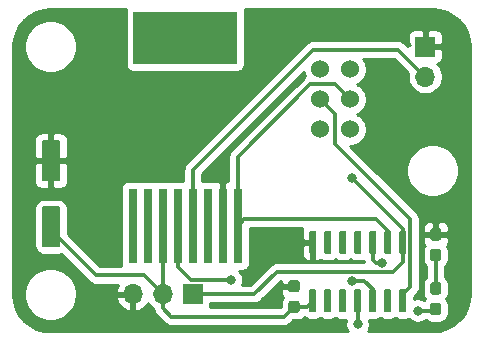
<source format=gbr>
G04 #@! TF.GenerationSoftware,KiCad,Pcbnew,(5.1.5-0)*
G04 #@! TF.CreationDate,2020-01-15T14:05:34-05:00*
G04 #@! TF.ProjectId,lever,6c657665-722e-46b6-9963-61645f706362,1.0*
G04 #@! TF.SameCoordinates,Original*
G04 #@! TF.FileFunction,Copper,L1,Top*
G04 #@! TF.FilePolarity,Positive*
%FSLAX46Y46*%
G04 Gerber Fmt 4.6, Leading zero omitted, Abs format (unit mm)*
G04 Created by KiCad (PCBNEW (5.1.5-0)) date 2020-01-15 14:05:34*
%MOMM*%
%LPD*%
G04 APERTURE LIST*
%ADD10C,0.100000*%
%ADD11C,1.524000*%
%ADD12O,1.700000X1.700000*%
%ADD13R,1.700000X1.700000*%
%ADD14R,0.760000X6.350000*%
%ADD15R,8.800000X4.500000*%
%ADD16C,0.800000*%
%ADD17C,0.304800*%
%ADD18C,0.254000*%
G04 APERTURE END LIST*
G04 #@! TA.AperFunction,SMDPad,CuDef*
D10*
G36*
X101603004Y-81557204D02*
G01*
X101627273Y-81560804D01*
X101651071Y-81566765D01*
X101674171Y-81575030D01*
X101696349Y-81585520D01*
X101717393Y-81598133D01*
X101737098Y-81612747D01*
X101755277Y-81629223D01*
X101771753Y-81647402D01*
X101786367Y-81667107D01*
X101798980Y-81688151D01*
X101809470Y-81710329D01*
X101817735Y-81733429D01*
X101823696Y-81757227D01*
X101827296Y-81781496D01*
X101828500Y-81806000D01*
X101828500Y-84806000D01*
X101827296Y-84830504D01*
X101823696Y-84854773D01*
X101817735Y-84878571D01*
X101809470Y-84901671D01*
X101798980Y-84923849D01*
X101786367Y-84944893D01*
X101771753Y-84964598D01*
X101755277Y-84982777D01*
X101737098Y-84999253D01*
X101717393Y-85013867D01*
X101696349Y-85026480D01*
X101674171Y-85036970D01*
X101651071Y-85045235D01*
X101627273Y-85051196D01*
X101603004Y-85054796D01*
X101578500Y-85056000D01*
X100478500Y-85056000D01*
X100453996Y-85054796D01*
X100429727Y-85051196D01*
X100405929Y-85045235D01*
X100382829Y-85036970D01*
X100360651Y-85026480D01*
X100339607Y-85013867D01*
X100319902Y-84999253D01*
X100301723Y-84982777D01*
X100285247Y-84964598D01*
X100270633Y-84944893D01*
X100258020Y-84923849D01*
X100247530Y-84901671D01*
X100239265Y-84878571D01*
X100233304Y-84854773D01*
X100229704Y-84830504D01*
X100228500Y-84806000D01*
X100228500Y-81806000D01*
X100229704Y-81781496D01*
X100233304Y-81757227D01*
X100239265Y-81733429D01*
X100247530Y-81710329D01*
X100258020Y-81688151D01*
X100270633Y-81667107D01*
X100285247Y-81647402D01*
X100301723Y-81629223D01*
X100319902Y-81612747D01*
X100339607Y-81598133D01*
X100360651Y-81585520D01*
X100382829Y-81575030D01*
X100405929Y-81566765D01*
X100429727Y-81560804D01*
X100453996Y-81557204D01*
X100478500Y-81556000D01*
X101578500Y-81556000D01*
X101603004Y-81557204D01*
G37*
G04 #@! TD.AperFunction*
G04 #@! TA.AperFunction,SMDPad,CuDef*
G36*
X101603004Y-87157204D02*
G01*
X101627273Y-87160804D01*
X101651071Y-87166765D01*
X101674171Y-87175030D01*
X101696349Y-87185520D01*
X101717393Y-87198133D01*
X101737098Y-87212747D01*
X101755277Y-87229223D01*
X101771753Y-87247402D01*
X101786367Y-87267107D01*
X101798980Y-87288151D01*
X101809470Y-87310329D01*
X101817735Y-87333429D01*
X101823696Y-87357227D01*
X101827296Y-87381496D01*
X101828500Y-87406000D01*
X101828500Y-90406000D01*
X101827296Y-90430504D01*
X101823696Y-90454773D01*
X101817735Y-90478571D01*
X101809470Y-90501671D01*
X101798980Y-90523849D01*
X101786367Y-90544893D01*
X101771753Y-90564598D01*
X101755277Y-90582777D01*
X101737098Y-90599253D01*
X101717393Y-90613867D01*
X101696349Y-90626480D01*
X101674171Y-90636970D01*
X101651071Y-90645235D01*
X101627273Y-90651196D01*
X101603004Y-90654796D01*
X101578500Y-90656000D01*
X100478500Y-90656000D01*
X100453996Y-90654796D01*
X100429727Y-90651196D01*
X100405929Y-90645235D01*
X100382829Y-90636970D01*
X100360651Y-90626480D01*
X100339607Y-90613867D01*
X100319902Y-90599253D01*
X100301723Y-90582777D01*
X100285247Y-90564598D01*
X100270633Y-90544893D01*
X100258020Y-90523849D01*
X100247530Y-90501671D01*
X100239265Y-90478571D01*
X100233304Y-90454773D01*
X100229704Y-90430504D01*
X100228500Y-90406000D01*
X100228500Y-87406000D01*
X100229704Y-87381496D01*
X100233304Y-87357227D01*
X100239265Y-87333429D01*
X100247530Y-87310329D01*
X100258020Y-87288151D01*
X100270633Y-87267107D01*
X100285247Y-87247402D01*
X100301723Y-87229223D01*
X100319902Y-87212747D01*
X100339607Y-87198133D01*
X100360651Y-87185520D01*
X100382829Y-87175030D01*
X100405929Y-87166765D01*
X100429727Y-87160804D01*
X100453996Y-87157204D01*
X100478500Y-87156000D01*
X101578500Y-87156000D01*
X101603004Y-87157204D01*
G37*
G04 #@! TD.AperFunction*
G04 #@! TA.AperFunction,SMDPad,CuDef*
G36*
X121863279Y-95156644D02*
G01*
X121886334Y-95160063D01*
X121908943Y-95165727D01*
X121930887Y-95173579D01*
X121951957Y-95183544D01*
X121971948Y-95195526D01*
X121990668Y-95209410D01*
X122007938Y-95225062D01*
X122023590Y-95242332D01*
X122037474Y-95261052D01*
X122049456Y-95281043D01*
X122059421Y-95302113D01*
X122067273Y-95324057D01*
X122072937Y-95346666D01*
X122076356Y-95369721D01*
X122077500Y-95393000D01*
X122077500Y-95968000D01*
X122076356Y-95991279D01*
X122072937Y-96014334D01*
X122067273Y-96036943D01*
X122059421Y-96058887D01*
X122049456Y-96079957D01*
X122037474Y-96099948D01*
X122023590Y-96118668D01*
X122007938Y-96135938D01*
X121990668Y-96151590D01*
X121971948Y-96165474D01*
X121951957Y-96177456D01*
X121930887Y-96187421D01*
X121908943Y-96195273D01*
X121886334Y-96200937D01*
X121863279Y-96204356D01*
X121840000Y-96205500D01*
X121365000Y-96205500D01*
X121341721Y-96204356D01*
X121318666Y-96200937D01*
X121296057Y-96195273D01*
X121274113Y-96187421D01*
X121253043Y-96177456D01*
X121233052Y-96165474D01*
X121214332Y-96151590D01*
X121197062Y-96135938D01*
X121181410Y-96118668D01*
X121167526Y-96099948D01*
X121155544Y-96079957D01*
X121145579Y-96058887D01*
X121137727Y-96036943D01*
X121132063Y-96014334D01*
X121128644Y-95991279D01*
X121127500Y-95968000D01*
X121127500Y-95393000D01*
X121128644Y-95369721D01*
X121132063Y-95346666D01*
X121137727Y-95324057D01*
X121145579Y-95302113D01*
X121155544Y-95281043D01*
X121167526Y-95261052D01*
X121181410Y-95242332D01*
X121197062Y-95225062D01*
X121214332Y-95209410D01*
X121233052Y-95195526D01*
X121253043Y-95183544D01*
X121274113Y-95173579D01*
X121296057Y-95165727D01*
X121318666Y-95160063D01*
X121341721Y-95156644D01*
X121365000Y-95155500D01*
X121840000Y-95155500D01*
X121863279Y-95156644D01*
G37*
G04 #@! TD.AperFunction*
G04 #@! TA.AperFunction,SMDPad,CuDef*
G36*
X121863279Y-93406644D02*
G01*
X121886334Y-93410063D01*
X121908943Y-93415727D01*
X121930887Y-93423579D01*
X121951957Y-93433544D01*
X121971948Y-93445526D01*
X121990668Y-93459410D01*
X122007938Y-93475062D01*
X122023590Y-93492332D01*
X122037474Y-93511052D01*
X122049456Y-93531043D01*
X122059421Y-93552113D01*
X122067273Y-93574057D01*
X122072937Y-93596666D01*
X122076356Y-93619721D01*
X122077500Y-93643000D01*
X122077500Y-94218000D01*
X122076356Y-94241279D01*
X122072937Y-94264334D01*
X122067273Y-94286943D01*
X122059421Y-94308887D01*
X122049456Y-94329957D01*
X122037474Y-94349948D01*
X122023590Y-94368668D01*
X122007938Y-94385938D01*
X121990668Y-94401590D01*
X121971948Y-94415474D01*
X121951957Y-94427456D01*
X121930887Y-94437421D01*
X121908943Y-94445273D01*
X121886334Y-94450937D01*
X121863279Y-94454356D01*
X121840000Y-94455500D01*
X121365000Y-94455500D01*
X121341721Y-94454356D01*
X121318666Y-94450937D01*
X121296057Y-94445273D01*
X121274113Y-94437421D01*
X121253043Y-94427456D01*
X121233052Y-94415474D01*
X121214332Y-94401590D01*
X121197062Y-94385938D01*
X121181410Y-94368668D01*
X121167526Y-94349948D01*
X121155544Y-94329957D01*
X121145579Y-94308887D01*
X121137727Y-94286943D01*
X121132063Y-94264334D01*
X121128644Y-94241279D01*
X121127500Y-94218000D01*
X121127500Y-93643000D01*
X121128644Y-93619721D01*
X121132063Y-93596666D01*
X121137727Y-93574057D01*
X121145579Y-93552113D01*
X121155544Y-93531043D01*
X121167526Y-93511052D01*
X121181410Y-93492332D01*
X121197062Y-93475062D01*
X121214332Y-93459410D01*
X121233052Y-93445526D01*
X121253043Y-93433544D01*
X121274113Y-93423579D01*
X121296057Y-93415727D01*
X121318666Y-93410063D01*
X121341721Y-93406644D01*
X121365000Y-93405500D01*
X121840000Y-93405500D01*
X121863279Y-93406644D01*
G37*
G04 #@! TD.AperFunction*
G04 #@! TA.AperFunction,SMDPad,CuDef*
G36*
X133864779Y-90775144D02*
G01*
X133887834Y-90778563D01*
X133910443Y-90784227D01*
X133932387Y-90792079D01*
X133953457Y-90802044D01*
X133973448Y-90814026D01*
X133992168Y-90827910D01*
X134009438Y-90843562D01*
X134025090Y-90860832D01*
X134038974Y-90879552D01*
X134050956Y-90899543D01*
X134060921Y-90920613D01*
X134068773Y-90942557D01*
X134074437Y-90965166D01*
X134077856Y-90988221D01*
X134079000Y-91011500D01*
X134079000Y-91586500D01*
X134077856Y-91609779D01*
X134074437Y-91632834D01*
X134068773Y-91655443D01*
X134060921Y-91677387D01*
X134050956Y-91698457D01*
X134038974Y-91718448D01*
X134025090Y-91737168D01*
X134009438Y-91754438D01*
X133992168Y-91770090D01*
X133973448Y-91783974D01*
X133953457Y-91795956D01*
X133932387Y-91805921D01*
X133910443Y-91813773D01*
X133887834Y-91819437D01*
X133864779Y-91822856D01*
X133841500Y-91824000D01*
X133366500Y-91824000D01*
X133343221Y-91822856D01*
X133320166Y-91819437D01*
X133297557Y-91813773D01*
X133275613Y-91805921D01*
X133254543Y-91795956D01*
X133234552Y-91783974D01*
X133215832Y-91770090D01*
X133198562Y-91754438D01*
X133182910Y-91737168D01*
X133169026Y-91718448D01*
X133157044Y-91698457D01*
X133147079Y-91677387D01*
X133139227Y-91655443D01*
X133133563Y-91632834D01*
X133130144Y-91609779D01*
X133129000Y-91586500D01*
X133129000Y-91011500D01*
X133130144Y-90988221D01*
X133133563Y-90965166D01*
X133139227Y-90942557D01*
X133147079Y-90920613D01*
X133157044Y-90899543D01*
X133169026Y-90879552D01*
X133182910Y-90860832D01*
X133198562Y-90843562D01*
X133215832Y-90827910D01*
X133234552Y-90814026D01*
X133254543Y-90802044D01*
X133275613Y-90792079D01*
X133297557Y-90784227D01*
X133320166Y-90778563D01*
X133343221Y-90775144D01*
X133366500Y-90774000D01*
X133841500Y-90774000D01*
X133864779Y-90775144D01*
G37*
G04 #@! TD.AperFunction*
G04 #@! TA.AperFunction,SMDPad,CuDef*
G36*
X133864779Y-89025144D02*
G01*
X133887834Y-89028563D01*
X133910443Y-89034227D01*
X133932387Y-89042079D01*
X133953457Y-89052044D01*
X133973448Y-89064026D01*
X133992168Y-89077910D01*
X134009438Y-89093562D01*
X134025090Y-89110832D01*
X134038974Y-89129552D01*
X134050956Y-89149543D01*
X134060921Y-89170613D01*
X134068773Y-89192557D01*
X134074437Y-89215166D01*
X134077856Y-89238221D01*
X134079000Y-89261500D01*
X134079000Y-89836500D01*
X134077856Y-89859779D01*
X134074437Y-89882834D01*
X134068773Y-89905443D01*
X134060921Y-89927387D01*
X134050956Y-89948457D01*
X134038974Y-89968448D01*
X134025090Y-89987168D01*
X134009438Y-90004438D01*
X133992168Y-90020090D01*
X133973448Y-90033974D01*
X133953457Y-90045956D01*
X133932387Y-90055921D01*
X133910443Y-90063773D01*
X133887834Y-90069437D01*
X133864779Y-90072856D01*
X133841500Y-90074000D01*
X133366500Y-90074000D01*
X133343221Y-90072856D01*
X133320166Y-90069437D01*
X133297557Y-90063773D01*
X133275613Y-90055921D01*
X133254543Y-90045956D01*
X133234552Y-90033974D01*
X133215832Y-90020090D01*
X133198562Y-90004438D01*
X133182910Y-89987168D01*
X133169026Y-89968448D01*
X133157044Y-89948457D01*
X133147079Y-89927387D01*
X133139227Y-89905443D01*
X133133563Y-89882834D01*
X133130144Y-89859779D01*
X133129000Y-89836500D01*
X133129000Y-89261500D01*
X133130144Y-89238221D01*
X133133563Y-89215166D01*
X133139227Y-89192557D01*
X133147079Y-89170613D01*
X133157044Y-89149543D01*
X133169026Y-89129552D01*
X133182910Y-89110832D01*
X133198562Y-89093562D01*
X133215832Y-89077910D01*
X133234552Y-89064026D01*
X133254543Y-89052044D01*
X133275613Y-89042079D01*
X133297557Y-89034227D01*
X133320166Y-89028563D01*
X133343221Y-89025144D01*
X133366500Y-89024000D01*
X133841500Y-89024000D01*
X133864779Y-89025144D01*
G37*
G04 #@! TD.AperFunction*
G04 #@! TA.AperFunction,SMDPad,CuDef*
G36*
X133864779Y-95347144D02*
G01*
X133887834Y-95350563D01*
X133910443Y-95356227D01*
X133932387Y-95364079D01*
X133953457Y-95374044D01*
X133973448Y-95386026D01*
X133992168Y-95399910D01*
X134009438Y-95415562D01*
X134025090Y-95432832D01*
X134038974Y-95451552D01*
X134050956Y-95471543D01*
X134060921Y-95492613D01*
X134068773Y-95514557D01*
X134074437Y-95537166D01*
X134077856Y-95560221D01*
X134079000Y-95583500D01*
X134079000Y-96158500D01*
X134077856Y-96181779D01*
X134074437Y-96204834D01*
X134068773Y-96227443D01*
X134060921Y-96249387D01*
X134050956Y-96270457D01*
X134038974Y-96290448D01*
X134025090Y-96309168D01*
X134009438Y-96326438D01*
X133992168Y-96342090D01*
X133973448Y-96355974D01*
X133953457Y-96367956D01*
X133932387Y-96377921D01*
X133910443Y-96385773D01*
X133887834Y-96391437D01*
X133864779Y-96394856D01*
X133841500Y-96396000D01*
X133366500Y-96396000D01*
X133343221Y-96394856D01*
X133320166Y-96391437D01*
X133297557Y-96385773D01*
X133275613Y-96377921D01*
X133254543Y-96367956D01*
X133234552Y-96355974D01*
X133215832Y-96342090D01*
X133198562Y-96326438D01*
X133182910Y-96309168D01*
X133169026Y-96290448D01*
X133157044Y-96270457D01*
X133147079Y-96249387D01*
X133139227Y-96227443D01*
X133133563Y-96204834D01*
X133130144Y-96181779D01*
X133129000Y-96158500D01*
X133129000Y-95583500D01*
X133130144Y-95560221D01*
X133133563Y-95537166D01*
X133139227Y-95514557D01*
X133147079Y-95492613D01*
X133157044Y-95471543D01*
X133169026Y-95451552D01*
X133182910Y-95432832D01*
X133198562Y-95415562D01*
X133215832Y-95399910D01*
X133234552Y-95386026D01*
X133254543Y-95374044D01*
X133275613Y-95364079D01*
X133297557Y-95356227D01*
X133320166Y-95350563D01*
X133343221Y-95347144D01*
X133366500Y-95346000D01*
X133841500Y-95346000D01*
X133864779Y-95347144D01*
G37*
G04 #@! TD.AperFunction*
G04 #@! TA.AperFunction,SMDPad,CuDef*
G36*
X133864779Y-93597144D02*
G01*
X133887834Y-93600563D01*
X133910443Y-93606227D01*
X133932387Y-93614079D01*
X133953457Y-93624044D01*
X133973448Y-93636026D01*
X133992168Y-93649910D01*
X134009438Y-93665562D01*
X134025090Y-93682832D01*
X134038974Y-93701552D01*
X134050956Y-93721543D01*
X134060921Y-93742613D01*
X134068773Y-93764557D01*
X134074437Y-93787166D01*
X134077856Y-93810221D01*
X134079000Y-93833500D01*
X134079000Y-94408500D01*
X134077856Y-94431779D01*
X134074437Y-94454834D01*
X134068773Y-94477443D01*
X134060921Y-94499387D01*
X134050956Y-94520457D01*
X134038974Y-94540448D01*
X134025090Y-94559168D01*
X134009438Y-94576438D01*
X133992168Y-94592090D01*
X133973448Y-94605974D01*
X133953457Y-94617956D01*
X133932387Y-94627921D01*
X133910443Y-94635773D01*
X133887834Y-94641437D01*
X133864779Y-94644856D01*
X133841500Y-94646000D01*
X133366500Y-94646000D01*
X133343221Y-94644856D01*
X133320166Y-94641437D01*
X133297557Y-94635773D01*
X133275613Y-94627921D01*
X133254543Y-94617956D01*
X133234552Y-94605974D01*
X133215832Y-94592090D01*
X133198562Y-94576438D01*
X133182910Y-94559168D01*
X133169026Y-94540448D01*
X133157044Y-94520457D01*
X133147079Y-94499387D01*
X133139227Y-94477443D01*
X133133563Y-94454834D01*
X133130144Y-94431779D01*
X133129000Y-94408500D01*
X133129000Y-93833500D01*
X133130144Y-93810221D01*
X133133563Y-93787166D01*
X133139227Y-93764557D01*
X133147079Y-93742613D01*
X133157044Y-93721543D01*
X133169026Y-93701552D01*
X133182910Y-93682832D01*
X133198562Y-93665562D01*
X133215832Y-93649910D01*
X133234552Y-93636026D01*
X133254543Y-93624044D01*
X133275613Y-93614079D01*
X133297557Y-93606227D01*
X133320166Y-93600563D01*
X133343221Y-93597144D01*
X133366500Y-93596000D01*
X133841500Y-93596000D01*
X133864779Y-93597144D01*
G37*
G04 #@! TD.AperFunction*
G04 #@! TA.AperFunction,SMDPad,CuDef*
G36*
X123354703Y-89260722D02*
G01*
X123369264Y-89262882D01*
X123383543Y-89266459D01*
X123397403Y-89271418D01*
X123410710Y-89277712D01*
X123423336Y-89285280D01*
X123435159Y-89294048D01*
X123446066Y-89303934D01*
X123455952Y-89314841D01*
X123464720Y-89326664D01*
X123472288Y-89339290D01*
X123478582Y-89352597D01*
X123483541Y-89366457D01*
X123487118Y-89380736D01*
X123489278Y-89395297D01*
X123490000Y-89410000D01*
X123490000Y-91060000D01*
X123489278Y-91074703D01*
X123487118Y-91089264D01*
X123483541Y-91103543D01*
X123478582Y-91117403D01*
X123472288Y-91130710D01*
X123464720Y-91143336D01*
X123455952Y-91155159D01*
X123446066Y-91166066D01*
X123435159Y-91175952D01*
X123423336Y-91184720D01*
X123410710Y-91192288D01*
X123397403Y-91198582D01*
X123383543Y-91203541D01*
X123369264Y-91207118D01*
X123354703Y-91209278D01*
X123340000Y-91210000D01*
X123040000Y-91210000D01*
X123025297Y-91209278D01*
X123010736Y-91207118D01*
X122996457Y-91203541D01*
X122982597Y-91198582D01*
X122969290Y-91192288D01*
X122956664Y-91184720D01*
X122944841Y-91175952D01*
X122933934Y-91166066D01*
X122924048Y-91155159D01*
X122915280Y-91143336D01*
X122907712Y-91130710D01*
X122901418Y-91117403D01*
X122896459Y-91103543D01*
X122892882Y-91089264D01*
X122890722Y-91074703D01*
X122890000Y-91060000D01*
X122890000Y-89410000D01*
X122890722Y-89395297D01*
X122892882Y-89380736D01*
X122896459Y-89366457D01*
X122901418Y-89352597D01*
X122907712Y-89339290D01*
X122915280Y-89326664D01*
X122924048Y-89314841D01*
X122933934Y-89303934D01*
X122944841Y-89294048D01*
X122956664Y-89285280D01*
X122969290Y-89277712D01*
X122982597Y-89271418D01*
X122996457Y-89266459D01*
X123010736Y-89262882D01*
X123025297Y-89260722D01*
X123040000Y-89260000D01*
X123340000Y-89260000D01*
X123354703Y-89260722D01*
G37*
G04 #@! TD.AperFunction*
G04 #@! TA.AperFunction,SMDPad,CuDef*
G36*
X124624703Y-89260722D02*
G01*
X124639264Y-89262882D01*
X124653543Y-89266459D01*
X124667403Y-89271418D01*
X124680710Y-89277712D01*
X124693336Y-89285280D01*
X124705159Y-89294048D01*
X124716066Y-89303934D01*
X124725952Y-89314841D01*
X124734720Y-89326664D01*
X124742288Y-89339290D01*
X124748582Y-89352597D01*
X124753541Y-89366457D01*
X124757118Y-89380736D01*
X124759278Y-89395297D01*
X124760000Y-89410000D01*
X124760000Y-91060000D01*
X124759278Y-91074703D01*
X124757118Y-91089264D01*
X124753541Y-91103543D01*
X124748582Y-91117403D01*
X124742288Y-91130710D01*
X124734720Y-91143336D01*
X124725952Y-91155159D01*
X124716066Y-91166066D01*
X124705159Y-91175952D01*
X124693336Y-91184720D01*
X124680710Y-91192288D01*
X124667403Y-91198582D01*
X124653543Y-91203541D01*
X124639264Y-91207118D01*
X124624703Y-91209278D01*
X124610000Y-91210000D01*
X124310000Y-91210000D01*
X124295297Y-91209278D01*
X124280736Y-91207118D01*
X124266457Y-91203541D01*
X124252597Y-91198582D01*
X124239290Y-91192288D01*
X124226664Y-91184720D01*
X124214841Y-91175952D01*
X124203934Y-91166066D01*
X124194048Y-91155159D01*
X124185280Y-91143336D01*
X124177712Y-91130710D01*
X124171418Y-91117403D01*
X124166459Y-91103543D01*
X124162882Y-91089264D01*
X124160722Y-91074703D01*
X124160000Y-91060000D01*
X124160000Y-89410000D01*
X124160722Y-89395297D01*
X124162882Y-89380736D01*
X124166459Y-89366457D01*
X124171418Y-89352597D01*
X124177712Y-89339290D01*
X124185280Y-89326664D01*
X124194048Y-89314841D01*
X124203934Y-89303934D01*
X124214841Y-89294048D01*
X124226664Y-89285280D01*
X124239290Y-89277712D01*
X124252597Y-89271418D01*
X124266457Y-89266459D01*
X124280736Y-89262882D01*
X124295297Y-89260722D01*
X124310000Y-89260000D01*
X124610000Y-89260000D01*
X124624703Y-89260722D01*
G37*
G04 #@! TD.AperFunction*
G04 #@! TA.AperFunction,SMDPad,CuDef*
G36*
X125894703Y-89260722D02*
G01*
X125909264Y-89262882D01*
X125923543Y-89266459D01*
X125937403Y-89271418D01*
X125950710Y-89277712D01*
X125963336Y-89285280D01*
X125975159Y-89294048D01*
X125986066Y-89303934D01*
X125995952Y-89314841D01*
X126004720Y-89326664D01*
X126012288Y-89339290D01*
X126018582Y-89352597D01*
X126023541Y-89366457D01*
X126027118Y-89380736D01*
X126029278Y-89395297D01*
X126030000Y-89410000D01*
X126030000Y-91060000D01*
X126029278Y-91074703D01*
X126027118Y-91089264D01*
X126023541Y-91103543D01*
X126018582Y-91117403D01*
X126012288Y-91130710D01*
X126004720Y-91143336D01*
X125995952Y-91155159D01*
X125986066Y-91166066D01*
X125975159Y-91175952D01*
X125963336Y-91184720D01*
X125950710Y-91192288D01*
X125937403Y-91198582D01*
X125923543Y-91203541D01*
X125909264Y-91207118D01*
X125894703Y-91209278D01*
X125880000Y-91210000D01*
X125580000Y-91210000D01*
X125565297Y-91209278D01*
X125550736Y-91207118D01*
X125536457Y-91203541D01*
X125522597Y-91198582D01*
X125509290Y-91192288D01*
X125496664Y-91184720D01*
X125484841Y-91175952D01*
X125473934Y-91166066D01*
X125464048Y-91155159D01*
X125455280Y-91143336D01*
X125447712Y-91130710D01*
X125441418Y-91117403D01*
X125436459Y-91103543D01*
X125432882Y-91089264D01*
X125430722Y-91074703D01*
X125430000Y-91060000D01*
X125430000Y-89410000D01*
X125430722Y-89395297D01*
X125432882Y-89380736D01*
X125436459Y-89366457D01*
X125441418Y-89352597D01*
X125447712Y-89339290D01*
X125455280Y-89326664D01*
X125464048Y-89314841D01*
X125473934Y-89303934D01*
X125484841Y-89294048D01*
X125496664Y-89285280D01*
X125509290Y-89277712D01*
X125522597Y-89271418D01*
X125536457Y-89266459D01*
X125550736Y-89262882D01*
X125565297Y-89260722D01*
X125580000Y-89260000D01*
X125880000Y-89260000D01*
X125894703Y-89260722D01*
G37*
G04 #@! TD.AperFunction*
G04 #@! TA.AperFunction,SMDPad,CuDef*
G36*
X127164703Y-89260722D02*
G01*
X127179264Y-89262882D01*
X127193543Y-89266459D01*
X127207403Y-89271418D01*
X127220710Y-89277712D01*
X127233336Y-89285280D01*
X127245159Y-89294048D01*
X127256066Y-89303934D01*
X127265952Y-89314841D01*
X127274720Y-89326664D01*
X127282288Y-89339290D01*
X127288582Y-89352597D01*
X127293541Y-89366457D01*
X127297118Y-89380736D01*
X127299278Y-89395297D01*
X127300000Y-89410000D01*
X127300000Y-91060000D01*
X127299278Y-91074703D01*
X127297118Y-91089264D01*
X127293541Y-91103543D01*
X127288582Y-91117403D01*
X127282288Y-91130710D01*
X127274720Y-91143336D01*
X127265952Y-91155159D01*
X127256066Y-91166066D01*
X127245159Y-91175952D01*
X127233336Y-91184720D01*
X127220710Y-91192288D01*
X127207403Y-91198582D01*
X127193543Y-91203541D01*
X127179264Y-91207118D01*
X127164703Y-91209278D01*
X127150000Y-91210000D01*
X126850000Y-91210000D01*
X126835297Y-91209278D01*
X126820736Y-91207118D01*
X126806457Y-91203541D01*
X126792597Y-91198582D01*
X126779290Y-91192288D01*
X126766664Y-91184720D01*
X126754841Y-91175952D01*
X126743934Y-91166066D01*
X126734048Y-91155159D01*
X126725280Y-91143336D01*
X126717712Y-91130710D01*
X126711418Y-91117403D01*
X126706459Y-91103543D01*
X126702882Y-91089264D01*
X126700722Y-91074703D01*
X126700000Y-91060000D01*
X126700000Y-89410000D01*
X126700722Y-89395297D01*
X126702882Y-89380736D01*
X126706459Y-89366457D01*
X126711418Y-89352597D01*
X126717712Y-89339290D01*
X126725280Y-89326664D01*
X126734048Y-89314841D01*
X126743934Y-89303934D01*
X126754841Y-89294048D01*
X126766664Y-89285280D01*
X126779290Y-89277712D01*
X126792597Y-89271418D01*
X126806457Y-89266459D01*
X126820736Y-89262882D01*
X126835297Y-89260722D01*
X126850000Y-89260000D01*
X127150000Y-89260000D01*
X127164703Y-89260722D01*
G37*
G04 #@! TD.AperFunction*
G04 #@! TA.AperFunction,SMDPad,CuDef*
G36*
X128434703Y-89260722D02*
G01*
X128449264Y-89262882D01*
X128463543Y-89266459D01*
X128477403Y-89271418D01*
X128490710Y-89277712D01*
X128503336Y-89285280D01*
X128515159Y-89294048D01*
X128526066Y-89303934D01*
X128535952Y-89314841D01*
X128544720Y-89326664D01*
X128552288Y-89339290D01*
X128558582Y-89352597D01*
X128563541Y-89366457D01*
X128567118Y-89380736D01*
X128569278Y-89395297D01*
X128570000Y-89410000D01*
X128570000Y-91060000D01*
X128569278Y-91074703D01*
X128567118Y-91089264D01*
X128563541Y-91103543D01*
X128558582Y-91117403D01*
X128552288Y-91130710D01*
X128544720Y-91143336D01*
X128535952Y-91155159D01*
X128526066Y-91166066D01*
X128515159Y-91175952D01*
X128503336Y-91184720D01*
X128490710Y-91192288D01*
X128477403Y-91198582D01*
X128463543Y-91203541D01*
X128449264Y-91207118D01*
X128434703Y-91209278D01*
X128420000Y-91210000D01*
X128120000Y-91210000D01*
X128105297Y-91209278D01*
X128090736Y-91207118D01*
X128076457Y-91203541D01*
X128062597Y-91198582D01*
X128049290Y-91192288D01*
X128036664Y-91184720D01*
X128024841Y-91175952D01*
X128013934Y-91166066D01*
X128004048Y-91155159D01*
X127995280Y-91143336D01*
X127987712Y-91130710D01*
X127981418Y-91117403D01*
X127976459Y-91103543D01*
X127972882Y-91089264D01*
X127970722Y-91074703D01*
X127970000Y-91060000D01*
X127970000Y-89410000D01*
X127970722Y-89395297D01*
X127972882Y-89380736D01*
X127976459Y-89366457D01*
X127981418Y-89352597D01*
X127987712Y-89339290D01*
X127995280Y-89326664D01*
X128004048Y-89314841D01*
X128013934Y-89303934D01*
X128024841Y-89294048D01*
X128036664Y-89285280D01*
X128049290Y-89277712D01*
X128062597Y-89271418D01*
X128076457Y-89266459D01*
X128090736Y-89262882D01*
X128105297Y-89260722D01*
X128120000Y-89260000D01*
X128420000Y-89260000D01*
X128434703Y-89260722D01*
G37*
G04 #@! TD.AperFunction*
G04 #@! TA.AperFunction,SMDPad,CuDef*
G36*
X129704703Y-89260722D02*
G01*
X129719264Y-89262882D01*
X129733543Y-89266459D01*
X129747403Y-89271418D01*
X129760710Y-89277712D01*
X129773336Y-89285280D01*
X129785159Y-89294048D01*
X129796066Y-89303934D01*
X129805952Y-89314841D01*
X129814720Y-89326664D01*
X129822288Y-89339290D01*
X129828582Y-89352597D01*
X129833541Y-89366457D01*
X129837118Y-89380736D01*
X129839278Y-89395297D01*
X129840000Y-89410000D01*
X129840000Y-91060000D01*
X129839278Y-91074703D01*
X129837118Y-91089264D01*
X129833541Y-91103543D01*
X129828582Y-91117403D01*
X129822288Y-91130710D01*
X129814720Y-91143336D01*
X129805952Y-91155159D01*
X129796066Y-91166066D01*
X129785159Y-91175952D01*
X129773336Y-91184720D01*
X129760710Y-91192288D01*
X129747403Y-91198582D01*
X129733543Y-91203541D01*
X129719264Y-91207118D01*
X129704703Y-91209278D01*
X129690000Y-91210000D01*
X129390000Y-91210000D01*
X129375297Y-91209278D01*
X129360736Y-91207118D01*
X129346457Y-91203541D01*
X129332597Y-91198582D01*
X129319290Y-91192288D01*
X129306664Y-91184720D01*
X129294841Y-91175952D01*
X129283934Y-91166066D01*
X129274048Y-91155159D01*
X129265280Y-91143336D01*
X129257712Y-91130710D01*
X129251418Y-91117403D01*
X129246459Y-91103543D01*
X129242882Y-91089264D01*
X129240722Y-91074703D01*
X129240000Y-91060000D01*
X129240000Y-89410000D01*
X129240722Y-89395297D01*
X129242882Y-89380736D01*
X129246459Y-89366457D01*
X129251418Y-89352597D01*
X129257712Y-89339290D01*
X129265280Y-89326664D01*
X129274048Y-89314841D01*
X129283934Y-89303934D01*
X129294841Y-89294048D01*
X129306664Y-89285280D01*
X129319290Y-89277712D01*
X129332597Y-89271418D01*
X129346457Y-89266459D01*
X129360736Y-89262882D01*
X129375297Y-89260722D01*
X129390000Y-89260000D01*
X129690000Y-89260000D01*
X129704703Y-89260722D01*
G37*
G04 #@! TD.AperFunction*
G04 #@! TA.AperFunction,SMDPad,CuDef*
G36*
X130974703Y-89260722D02*
G01*
X130989264Y-89262882D01*
X131003543Y-89266459D01*
X131017403Y-89271418D01*
X131030710Y-89277712D01*
X131043336Y-89285280D01*
X131055159Y-89294048D01*
X131066066Y-89303934D01*
X131075952Y-89314841D01*
X131084720Y-89326664D01*
X131092288Y-89339290D01*
X131098582Y-89352597D01*
X131103541Y-89366457D01*
X131107118Y-89380736D01*
X131109278Y-89395297D01*
X131110000Y-89410000D01*
X131110000Y-91060000D01*
X131109278Y-91074703D01*
X131107118Y-91089264D01*
X131103541Y-91103543D01*
X131098582Y-91117403D01*
X131092288Y-91130710D01*
X131084720Y-91143336D01*
X131075952Y-91155159D01*
X131066066Y-91166066D01*
X131055159Y-91175952D01*
X131043336Y-91184720D01*
X131030710Y-91192288D01*
X131017403Y-91198582D01*
X131003543Y-91203541D01*
X130989264Y-91207118D01*
X130974703Y-91209278D01*
X130960000Y-91210000D01*
X130660000Y-91210000D01*
X130645297Y-91209278D01*
X130630736Y-91207118D01*
X130616457Y-91203541D01*
X130602597Y-91198582D01*
X130589290Y-91192288D01*
X130576664Y-91184720D01*
X130564841Y-91175952D01*
X130553934Y-91166066D01*
X130544048Y-91155159D01*
X130535280Y-91143336D01*
X130527712Y-91130710D01*
X130521418Y-91117403D01*
X130516459Y-91103543D01*
X130512882Y-91089264D01*
X130510722Y-91074703D01*
X130510000Y-91060000D01*
X130510000Y-89410000D01*
X130510722Y-89395297D01*
X130512882Y-89380736D01*
X130516459Y-89366457D01*
X130521418Y-89352597D01*
X130527712Y-89339290D01*
X130535280Y-89326664D01*
X130544048Y-89314841D01*
X130553934Y-89303934D01*
X130564841Y-89294048D01*
X130576664Y-89285280D01*
X130589290Y-89277712D01*
X130602597Y-89271418D01*
X130616457Y-89266459D01*
X130630736Y-89262882D01*
X130645297Y-89260722D01*
X130660000Y-89260000D01*
X130960000Y-89260000D01*
X130974703Y-89260722D01*
G37*
G04 #@! TD.AperFunction*
G04 #@! TA.AperFunction,SMDPad,CuDef*
G36*
X130974703Y-94210722D02*
G01*
X130989264Y-94212882D01*
X131003543Y-94216459D01*
X131017403Y-94221418D01*
X131030710Y-94227712D01*
X131043336Y-94235280D01*
X131055159Y-94244048D01*
X131066066Y-94253934D01*
X131075952Y-94264841D01*
X131084720Y-94276664D01*
X131092288Y-94289290D01*
X131098582Y-94302597D01*
X131103541Y-94316457D01*
X131107118Y-94330736D01*
X131109278Y-94345297D01*
X131110000Y-94360000D01*
X131110000Y-96010000D01*
X131109278Y-96024703D01*
X131107118Y-96039264D01*
X131103541Y-96053543D01*
X131098582Y-96067403D01*
X131092288Y-96080710D01*
X131084720Y-96093336D01*
X131075952Y-96105159D01*
X131066066Y-96116066D01*
X131055159Y-96125952D01*
X131043336Y-96134720D01*
X131030710Y-96142288D01*
X131017403Y-96148582D01*
X131003543Y-96153541D01*
X130989264Y-96157118D01*
X130974703Y-96159278D01*
X130960000Y-96160000D01*
X130660000Y-96160000D01*
X130645297Y-96159278D01*
X130630736Y-96157118D01*
X130616457Y-96153541D01*
X130602597Y-96148582D01*
X130589290Y-96142288D01*
X130576664Y-96134720D01*
X130564841Y-96125952D01*
X130553934Y-96116066D01*
X130544048Y-96105159D01*
X130535280Y-96093336D01*
X130527712Y-96080710D01*
X130521418Y-96067403D01*
X130516459Y-96053543D01*
X130512882Y-96039264D01*
X130510722Y-96024703D01*
X130510000Y-96010000D01*
X130510000Y-94360000D01*
X130510722Y-94345297D01*
X130512882Y-94330736D01*
X130516459Y-94316457D01*
X130521418Y-94302597D01*
X130527712Y-94289290D01*
X130535280Y-94276664D01*
X130544048Y-94264841D01*
X130553934Y-94253934D01*
X130564841Y-94244048D01*
X130576664Y-94235280D01*
X130589290Y-94227712D01*
X130602597Y-94221418D01*
X130616457Y-94216459D01*
X130630736Y-94212882D01*
X130645297Y-94210722D01*
X130660000Y-94210000D01*
X130960000Y-94210000D01*
X130974703Y-94210722D01*
G37*
G04 #@! TD.AperFunction*
G04 #@! TA.AperFunction,SMDPad,CuDef*
G36*
X129704703Y-94210722D02*
G01*
X129719264Y-94212882D01*
X129733543Y-94216459D01*
X129747403Y-94221418D01*
X129760710Y-94227712D01*
X129773336Y-94235280D01*
X129785159Y-94244048D01*
X129796066Y-94253934D01*
X129805952Y-94264841D01*
X129814720Y-94276664D01*
X129822288Y-94289290D01*
X129828582Y-94302597D01*
X129833541Y-94316457D01*
X129837118Y-94330736D01*
X129839278Y-94345297D01*
X129840000Y-94360000D01*
X129840000Y-96010000D01*
X129839278Y-96024703D01*
X129837118Y-96039264D01*
X129833541Y-96053543D01*
X129828582Y-96067403D01*
X129822288Y-96080710D01*
X129814720Y-96093336D01*
X129805952Y-96105159D01*
X129796066Y-96116066D01*
X129785159Y-96125952D01*
X129773336Y-96134720D01*
X129760710Y-96142288D01*
X129747403Y-96148582D01*
X129733543Y-96153541D01*
X129719264Y-96157118D01*
X129704703Y-96159278D01*
X129690000Y-96160000D01*
X129390000Y-96160000D01*
X129375297Y-96159278D01*
X129360736Y-96157118D01*
X129346457Y-96153541D01*
X129332597Y-96148582D01*
X129319290Y-96142288D01*
X129306664Y-96134720D01*
X129294841Y-96125952D01*
X129283934Y-96116066D01*
X129274048Y-96105159D01*
X129265280Y-96093336D01*
X129257712Y-96080710D01*
X129251418Y-96067403D01*
X129246459Y-96053543D01*
X129242882Y-96039264D01*
X129240722Y-96024703D01*
X129240000Y-96010000D01*
X129240000Y-94360000D01*
X129240722Y-94345297D01*
X129242882Y-94330736D01*
X129246459Y-94316457D01*
X129251418Y-94302597D01*
X129257712Y-94289290D01*
X129265280Y-94276664D01*
X129274048Y-94264841D01*
X129283934Y-94253934D01*
X129294841Y-94244048D01*
X129306664Y-94235280D01*
X129319290Y-94227712D01*
X129332597Y-94221418D01*
X129346457Y-94216459D01*
X129360736Y-94212882D01*
X129375297Y-94210722D01*
X129390000Y-94210000D01*
X129690000Y-94210000D01*
X129704703Y-94210722D01*
G37*
G04 #@! TD.AperFunction*
G04 #@! TA.AperFunction,SMDPad,CuDef*
G36*
X128434703Y-94210722D02*
G01*
X128449264Y-94212882D01*
X128463543Y-94216459D01*
X128477403Y-94221418D01*
X128490710Y-94227712D01*
X128503336Y-94235280D01*
X128515159Y-94244048D01*
X128526066Y-94253934D01*
X128535952Y-94264841D01*
X128544720Y-94276664D01*
X128552288Y-94289290D01*
X128558582Y-94302597D01*
X128563541Y-94316457D01*
X128567118Y-94330736D01*
X128569278Y-94345297D01*
X128570000Y-94360000D01*
X128570000Y-96010000D01*
X128569278Y-96024703D01*
X128567118Y-96039264D01*
X128563541Y-96053543D01*
X128558582Y-96067403D01*
X128552288Y-96080710D01*
X128544720Y-96093336D01*
X128535952Y-96105159D01*
X128526066Y-96116066D01*
X128515159Y-96125952D01*
X128503336Y-96134720D01*
X128490710Y-96142288D01*
X128477403Y-96148582D01*
X128463543Y-96153541D01*
X128449264Y-96157118D01*
X128434703Y-96159278D01*
X128420000Y-96160000D01*
X128120000Y-96160000D01*
X128105297Y-96159278D01*
X128090736Y-96157118D01*
X128076457Y-96153541D01*
X128062597Y-96148582D01*
X128049290Y-96142288D01*
X128036664Y-96134720D01*
X128024841Y-96125952D01*
X128013934Y-96116066D01*
X128004048Y-96105159D01*
X127995280Y-96093336D01*
X127987712Y-96080710D01*
X127981418Y-96067403D01*
X127976459Y-96053543D01*
X127972882Y-96039264D01*
X127970722Y-96024703D01*
X127970000Y-96010000D01*
X127970000Y-94360000D01*
X127970722Y-94345297D01*
X127972882Y-94330736D01*
X127976459Y-94316457D01*
X127981418Y-94302597D01*
X127987712Y-94289290D01*
X127995280Y-94276664D01*
X128004048Y-94264841D01*
X128013934Y-94253934D01*
X128024841Y-94244048D01*
X128036664Y-94235280D01*
X128049290Y-94227712D01*
X128062597Y-94221418D01*
X128076457Y-94216459D01*
X128090736Y-94212882D01*
X128105297Y-94210722D01*
X128120000Y-94210000D01*
X128420000Y-94210000D01*
X128434703Y-94210722D01*
G37*
G04 #@! TD.AperFunction*
G04 #@! TA.AperFunction,SMDPad,CuDef*
G36*
X127164703Y-94210722D02*
G01*
X127179264Y-94212882D01*
X127193543Y-94216459D01*
X127207403Y-94221418D01*
X127220710Y-94227712D01*
X127233336Y-94235280D01*
X127245159Y-94244048D01*
X127256066Y-94253934D01*
X127265952Y-94264841D01*
X127274720Y-94276664D01*
X127282288Y-94289290D01*
X127288582Y-94302597D01*
X127293541Y-94316457D01*
X127297118Y-94330736D01*
X127299278Y-94345297D01*
X127300000Y-94360000D01*
X127300000Y-96010000D01*
X127299278Y-96024703D01*
X127297118Y-96039264D01*
X127293541Y-96053543D01*
X127288582Y-96067403D01*
X127282288Y-96080710D01*
X127274720Y-96093336D01*
X127265952Y-96105159D01*
X127256066Y-96116066D01*
X127245159Y-96125952D01*
X127233336Y-96134720D01*
X127220710Y-96142288D01*
X127207403Y-96148582D01*
X127193543Y-96153541D01*
X127179264Y-96157118D01*
X127164703Y-96159278D01*
X127150000Y-96160000D01*
X126850000Y-96160000D01*
X126835297Y-96159278D01*
X126820736Y-96157118D01*
X126806457Y-96153541D01*
X126792597Y-96148582D01*
X126779290Y-96142288D01*
X126766664Y-96134720D01*
X126754841Y-96125952D01*
X126743934Y-96116066D01*
X126734048Y-96105159D01*
X126725280Y-96093336D01*
X126717712Y-96080710D01*
X126711418Y-96067403D01*
X126706459Y-96053543D01*
X126702882Y-96039264D01*
X126700722Y-96024703D01*
X126700000Y-96010000D01*
X126700000Y-94360000D01*
X126700722Y-94345297D01*
X126702882Y-94330736D01*
X126706459Y-94316457D01*
X126711418Y-94302597D01*
X126717712Y-94289290D01*
X126725280Y-94276664D01*
X126734048Y-94264841D01*
X126743934Y-94253934D01*
X126754841Y-94244048D01*
X126766664Y-94235280D01*
X126779290Y-94227712D01*
X126792597Y-94221418D01*
X126806457Y-94216459D01*
X126820736Y-94212882D01*
X126835297Y-94210722D01*
X126850000Y-94210000D01*
X127150000Y-94210000D01*
X127164703Y-94210722D01*
G37*
G04 #@! TD.AperFunction*
G04 #@! TA.AperFunction,SMDPad,CuDef*
G36*
X125894703Y-94210722D02*
G01*
X125909264Y-94212882D01*
X125923543Y-94216459D01*
X125937403Y-94221418D01*
X125950710Y-94227712D01*
X125963336Y-94235280D01*
X125975159Y-94244048D01*
X125986066Y-94253934D01*
X125995952Y-94264841D01*
X126004720Y-94276664D01*
X126012288Y-94289290D01*
X126018582Y-94302597D01*
X126023541Y-94316457D01*
X126027118Y-94330736D01*
X126029278Y-94345297D01*
X126030000Y-94360000D01*
X126030000Y-96010000D01*
X126029278Y-96024703D01*
X126027118Y-96039264D01*
X126023541Y-96053543D01*
X126018582Y-96067403D01*
X126012288Y-96080710D01*
X126004720Y-96093336D01*
X125995952Y-96105159D01*
X125986066Y-96116066D01*
X125975159Y-96125952D01*
X125963336Y-96134720D01*
X125950710Y-96142288D01*
X125937403Y-96148582D01*
X125923543Y-96153541D01*
X125909264Y-96157118D01*
X125894703Y-96159278D01*
X125880000Y-96160000D01*
X125580000Y-96160000D01*
X125565297Y-96159278D01*
X125550736Y-96157118D01*
X125536457Y-96153541D01*
X125522597Y-96148582D01*
X125509290Y-96142288D01*
X125496664Y-96134720D01*
X125484841Y-96125952D01*
X125473934Y-96116066D01*
X125464048Y-96105159D01*
X125455280Y-96093336D01*
X125447712Y-96080710D01*
X125441418Y-96067403D01*
X125436459Y-96053543D01*
X125432882Y-96039264D01*
X125430722Y-96024703D01*
X125430000Y-96010000D01*
X125430000Y-94360000D01*
X125430722Y-94345297D01*
X125432882Y-94330736D01*
X125436459Y-94316457D01*
X125441418Y-94302597D01*
X125447712Y-94289290D01*
X125455280Y-94276664D01*
X125464048Y-94264841D01*
X125473934Y-94253934D01*
X125484841Y-94244048D01*
X125496664Y-94235280D01*
X125509290Y-94227712D01*
X125522597Y-94221418D01*
X125536457Y-94216459D01*
X125550736Y-94212882D01*
X125565297Y-94210722D01*
X125580000Y-94210000D01*
X125880000Y-94210000D01*
X125894703Y-94210722D01*
G37*
G04 #@! TD.AperFunction*
G04 #@! TA.AperFunction,SMDPad,CuDef*
G36*
X124624703Y-94210722D02*
G01*
X124639264Y-94212882D01*
X124653543Y-94216459D01*
X124667403Y-94221418D01*
X124680710Y-94227712D01*
X124693336Y-94235280D01*
X124705159Y-94244048D01*
X124716066Y-94253934D01*
X124725952Y-94264841D01*
X124734720Y-94276664D01*
X124742288Y-94289290D01*
X124748582Y-94302597D01*
X124753541Y-94316457D01*
X124757118Y-94330736D01*
X124759278Y-94345297D01*
X124760000Y-94360000D01*
X124760000Y-96010000D01*
X124759278Y-96024703D01*
X124757118Y-96039264D01*
X124753541Y-96053543D01*
X124748582Y-96067403D01*
X124742288Y-96080710D01*
X124734720Y-96093336D01*
X124725952Y-96105159D01*
X124716066Y-96116066D01*
X124705159Y-96125952D01*
X124693336Y-96134720D01*
X124680710Y-96142288D01*
X124667403Y-96148582D01*
X124653543Y-96153541D01*
X124639264Y-96157118D01*
X124624703Y-96159278D01*
X124610000Y-96160000D01*
X124310000Y-96160000D01*
X124295297Y-96159278D01*
X124280736Y-96157118D01*
X124266457Y-96153541D01*
X124252597Y-96148582D01*
X124239290Y-96142288D01*
X124226664Y-96134720D01*
X124214841Y-96125952D01*
X124203934Y-96116066D01*
X124194048Y-96105159D01*
X124185280Y-96093336D01*
X124177712Y-96080710D01*
X124171418Y-96067403D01*
X124166459Y-96053543D01*
X124162882Y-96039264D01*
X124160722Y-96024703D01*
X124160000Y-96010000D01*
X124160000Y-94360000D01*
X124160722Y-94345297D01*
X124162882Y-94330736D01*
X124166459Y-94316457D01*
X124171418Y-94302597D01*
X124177712Y-94289290D01*
X124185280Y-94276664D01*
X124194048Y-94264841D01*
X124203934Y-94253934D01*
X124214841Y-94244048D01*
X124226664Y-94235280D01*
X124239290Y-94227712D01*
X124252597Y-94221418D01*
X124266457Y-94216459D01*
X124280736Y-94212882D01*
X124295297Y-94210722D01*
X124310000Y-94210000D01*
X124610000Y-94210000D01*
X124624703Y-94210722D01*
G37*
G04 #@! TD.AperFunction*
G04 #@! TA.AperFunction,SMDPad,CuDef*
G36*
X123354703Y-94210722D02*
G01*
X123369264Y-94212882D01*
X123383543Y-94216459D01*
X123397403Y-94221418D01*
X123410710Y-94227712D01*
X123423336Y-94235280D01*
X123435159Y-94244048D01*
X123446066Y-94253934D01*
X123455952Y-94264841D01*
X123464720Y-94276664D01*
X123472288Y-94289290D01*
X123478582Y-94302597D01*
X123483541Y-94316457D01*
X123487118Y-94330736D01*
X123489278Y-94345297D01*
X123490000Y-94360000D01*
X123490000Y-96010000D01*
X123489278Y-96024703D01*
X123487118Y-96039264D01*
X123483541Y-96053543D01*
X123478582Y-96067403D01*
X123472288Y-96080710D01*
X123464720Y-96093336D01*
X123455952Y-96105159D01*
X123446066Y-96116066D01*
X123435159Y-96125952D01*
X123423336Y-96134720D01*
X123410710Y-96142288D01*
X123397403Y-96148582D01*
X123383543Y-96153541D01*
X123369264Y-96157118D01*
X123354703Y-96159278D01*
X123340000Y-96160000D01*
X123040000Y-96160000D01*
X123025297Y-96159278D01*
X123010736Y-96157118D01*
X122996457Y-96153541D01*
X122982597Y-96148582D01*
X122969290Y-96142288D01*
X122956664Y-96134720D01*
X122944841Y-96125952D01*
X122933934Y-96116066D01*
X122924048Y-96105159D01*
X122915280Y-96093336D01*
X122907712Y-96080710D01*
X122901418Y-96067403D01*
X122896459Y-96053543D01*
X122892882Y-96039264D01*
X122890722Y-96024703D01*
X122890000Y-96010000D01*
X122890000Y-94360000D01*
X122890722Y-94345297D01*
X122892882Y-94330736D01*
X122896459Y-94316457D01*
X122901418Y-94302597D01*
X122907712Y-94289290D01*
X122915280Y-94276664D01*
X122924048Y-94264841D01*
X122933934Y-94253934D01*
X122944841Y-94244048D01*
X122956664Y-94235280D01*
X122969290Y-94227712D01*
X122982597Y-94221418D01*
X122996457Y-94216459D01*
X123010736Y-94212882D01*
X123025297Y-94210722D01*
X123040000Y-94210000D01*
X123340000Y-94210000D01*
X123354703Y-94210722D01*
G37*
G04 #@! TD.AperFunction*
D11*
X126365000Y-80645000D03*
X123825000Y-80645000D03*
X126365000Y-78105000D03*
X123825000Y-78105000D03*
X126365000Y-75565000D03*
X123825000Y-75565000D03*
D12*
X107950000Y-94615000D03*
X110490000Y-94615000D03*
D13*
X113030000Y-94615000D03*
D12*
X132715000Y-76200000D03*
D13*
X132715000Y-73660000D03*
D14*
X109220000Y-88828000D03*
X107950000Y-88828000D03*
X110490000Y-88828000D03*
X111760000Y-88828000D03*
X116840000Y-88828000D03*
X115570000Y-88828000D03*
X114300000Y-88828000D03*
D15*
X112395000Y-72898000D03*
D14*
X113030000Y-88828000D03*
D16*
X126516035Y-84811965D03*
X127000000Y-97155000D03*
X121602500Y-93916500D03*
X119888000Y-90424000D03*
X115316000Y-83820000D03*
X126492000Y-93472000D03*
X116268500Y-93408500D03*
X129032000Y-91948000D03*
X132080000Y-96012000D03*
D17*
X130810000Y-90235000D02*
X130810000Y-89105930D01*
X126916034Y-85211964D02*
X126516035Y-84811965D01*
X130810000Y-89105930D02*
X126916034Y-85211964D01*
X130810000Y-91210000D02*
X130810000Y-90235000D01*
X129984500Y-92710000D02*
X130810000Y-91884500D01*
X130810000Y-91884500D02*
X130810000Y-91210000D01*
X118237000Y-94615000D02*
X120142000Y-92710000D01*
X120142000Y-92710000D02*
X129984500Y-92710000D01*
X113665000Y-94615000D02*
X118237000Y-94615000D01*
X124586999Y-78866999D02*
X123825000Y-78105000D01*
X125095000Y-79375000D02*
X124586999Y-78866999D01*
X125095000Y-81915000D02*
X125095000Y-79375000D01*
X131462410Y-88282410D02*
X125095000Y-81915000D01*
X131462410Y-93987990D02*
X131462410Y-88282410D01*
X130810000Y-94640400D02*
X131462410Y-93987990D01*
X130810000Y-95185000D02*
X130810000Y-94640400D01*
X127000000Y-95185000D02*
X127000000Y-97155000D01*
X110490000Y-94615000D02*
X110490000Y-88320000D01*
X122694500Y-95680500D02*
X123190000Y-95185000D01*
X121602500Y-95680500D02*
X122694500Y-95680500D01*
X120763000Y-96520000D02*
X121602500Y-95680500D01*
X110490000Y-95817081D02*
X111192919Y-96520000D01*
X111192919Y-96520000D02*
X120763000Y-96520000D01*
X110490000Y-94615000D02*
X110490000Y-95817081D01*
X101028500Y-89223500D02*
X104832500Y-93027500D01*
X108902500Y-93027500D02*
X110490000Y-94615000D01*
X104832500Y-93027500D02*
X108902500Y-93027500D01*
X116840000Y-85348200D02*
X116840000Y-88828000D01*
X122999500Y-76835000D02*
X116840000Y-82994500D01*
X125095000Y-76835000D02*
X122999500Y-76835000D01*
X116840000Y-82994500D02*
X116840000Y-85348200D01*
X126365000Y-78105000D02*
X125095000Y-76835000D01*
X129540000Y-89260000D02*
X129540000Y-90235000D01*
X117403000Y-88265000D02*
X128545000Y-88265000D01*
X128545000Y-88265000D02*
X129540000Y-89260000D01*
X116840000Y-88828000D02*
X117403000Y-88265000D01*
X130429000Y-73914000D02*
X132715000Y-76200000D01*
X113030000Y-84074000D02*
X123190000Y-73914000D01*
X123190000Y-73914000D02*
X130429000Y-73914000D01*
X113030000Y-88320000D02*
X113030000Y-84074000D01*
X128270000Y-94210000D02*
X128270000Y-95185000D01*
X127532000Y-93472000D02*
X128270000Y-94210000D01*
X126492000Y-93472000D02*
X127532000Y-93472000D01*
X115702815Y-93408500D02*
X116268500Y-93408500D01*
X111760000Y-92307800D02*
X112860700Y-93408500D01*
X112860700Y-93408500D02*
X115702815Y-93408500D01*
X111760000Y-88828000D02*
X111760000Y-92307800D01*
X128270000Y-90235000D02*
X128270000Y-91694000D01*
X128270000Y-91694000D02*
X128524000Y-91948000D01*
X128524000Y-91948000D02*
X129032000Y-91948000D01*
X133463000Y-96012000D02*
X133604000Y-95871000D01*
X132080000Y-96012000D02*
X133463000Y-96012000D01*
X133604000Y-94121000D02*
X133604000Y-91299000D01*
D18*
G36*
X107369188Y-70523518D02*
G01*
X107356928Y-70648000D01*
X107356928Y-75148000D01*
X107369188Y-75272482D01*
X107405498Y-75392180D01*
X107464463Y-75502494D01*
X107543815Y-75599185D01*
X107640506Y-75678537D01*
X107750820Y-75737502D01*
X107870518Y-75773812D01*
X107995000Y-75786072D01*
X116795000Y-75786072D01*
X116919482Y-75773812D01*
X117039180Y-75737502D01*
X117149494Y-75678537D01*
X117246185Y-75599185D01*
X117325537Y-75502494D01*
X117384502Y-75392180D01*
X117420812Y-75272482D01*
X117433072Y-75148000D01*
X117433072Y-70648000D01*
X117420812Y-70523518D01*
X117416711Y-70510000D01*
X133317721Y-70510000D01*
X133961222Y-70573096D01*
X134549164Y-70750606D01*
X135091436Y-71038937D01*
X135567364Y-71427094D01*
X135958845Y-71900314D01*
X136250951Y-72440552D01*
X136432563Y-73027244D01*
X136500000Y-73668879D01*
X136500001Y-94582711D01*
X136436904Y-95226221D01*
X136259394Y-95814164D01*
X135971063Y-96356436D01*
X135582906Y-96832364D01*
X135109686Y-97223845D01*
X134569449Y-97515950D01*
X133982756Y-97697563D01*
X133341130Y-97765000D01*
X127837195Y-97765000D01*
X127917205Y-97645256D01*
X127995226Y-97456898D01*
X128035000Y-97256939D01*
X128035000Y-97053061D01*
X127995226Y-96853102D01*
X127966145Y-96782896D01*
X127966255Y-96782929D01*
X128120000Y-96798072D01*
X128420000Y-96798072D01*
X128573745Y-96782929D01*
X128721582Y-96738084D01*
X128857829Y-96665258D01*
X128905000Y-96626546D01*
X128952171Y-96665258D01*
X129088418Y-96738084D01*
X129236255Y-96782929D01*
X129390000Y-96798072D01*
X129690000Y-96798072D01*
X129843745Y-96782929D01*
X129991582Y-96738084D01*
X130127829Y-96665258D01*
X130175000Y-96626546D01*
X130222171Y-96665258D01*
X130358418Y-96738084D01*
X130506255Y-96782929D01*
X130660000Y-96798072D01*
X130960000Y-96798072D01*
X131113745Y-96782929D01*
X131261582Y-96738084D01*
X131314231Y-96709942D01*
X131420226Y-96815937D01*
X131589744Y-96929205D01*
X131778102Y-97007226D01*
X131978061Y-97047000D01*
X132181939Y-97047000D01*
X132381898Y-97007226D01*
X132570256Y-96929205D01*
X132739774Y-96815937D01*
X132756311Y-96799400D01*
X132773912Y-96799400D01*
X132880058Y-96886512D01*
X133031433Y-96967423D01*
X133195684Y-97017248D01*
X133366500Y-97034072D01*
X133841500Y-97034072D01*
X134012316Y-97017248D01*
X134176567Y-96967423D01*
X134327942Y-96886512D01*
X134460623Y-96777623D01*
X134569512Y-96644942D01*
X134650423Y-96493567D01*
X134700248Y-96329316D01*
X134717072Y-96158500D01*
X134717072Y-95583500D01*
X134700248Y-95412684D01*
X134650423Y-95248433D01*
X134569512Y-95097058D01*
X134486575Y-94996000D01*
X134569512Y-94894942D01*
X134650423Y-94743567D01*
X134700248Y-94579316D01*
X134717072Y-94408500D01*
X134717072Y-93833500D01*
X134700248Y-93662684D01*
X134650423Y-93498433D01*
X134569512Y-93347058D01*
X134460623Y-93214377D01*
X134391400Y-93157567D01*
X134391400Y-92262433D01*
X134460623Y-92205623D01*
X134569512Y-92072942D01*
X134650423Y-91921567D01*
X134700248Y-91757316D01*
X134717072Y-91586500D01*
X134717072Y-91011500D01*
X134700248Y-90840684D01*
X134650423Y-90676433D01*
X134569512Y-90525058D01*
X134549901Y-90501161D01*
X134609537Y-90428494D01*
X134668502Y-90318180D01*
X134704812Y-90198482D01*
X134717072Y-90074000D01*
X134714000Y-89834750D01*
X134555250Y-89676000D01*
X133731000Y-89676000D01*
X133731000Y-89696000D01*
X133477000Y-89696000D01*
X133477000Y-89676000D01*
X132652750Y-89676000D01*
X132494000Y-89834750D01*
X132490928Y-90074000D01*
X132503188Y-90198482D01*
X132539498Y-90318180D01*
X132598463Y-90428494D01*
X132658099Y-90501161D01*
X132638488Y-90525058D01*
X132557577Y-90676433D01*
X132507752Y-90840684D01*
X132490928Y-91011500D01*
X132490928Y-91586500D01*
X132507752Y-91757316D01*
X132557577Y-91921567D01*
X132638488Y-92072942D01*
X132747377Y-92205623D01*
X132816601Y-92262434D01*
X132816600Y-93157567D01*
X132747377Y-93214377D01*
X132638488Y-93347058D01*
X132557577Y-93498433D01*
X132507752Y-93662684D01*
X132490928Y-93833500D01*
X132490928Y-94408500D01*
X132507752Y-94579316D01*
X132557577Y-94743567D01*
X132638488Y-94894942D01*
X132721425Y-94996000D01*
X132638488Y-95097058D01*
X132621423Y-95128984D01*
X132570256Y-95094795D01*
X132381898Y-95016774D01*
X132181939Y-94977000D01*
X131978061Y-94977000D01*
X131778102Y-95016774D01*
X131748072Y-95029213D01*
X131748072Y-94815879D01*
X131991839Y-94572112D01*
X132021879Y-94547459D01*
X132120276Y-94427562D01*
X132193392Y-94290773D01*
X132238416Y-94142347D01*
X132249810Y-94026663D01*
X132249810Y-94026654D01*
X132253618Y-93987991D01*
X132249810Y-93949328D01*
X132249810Y-89024000D01*
X132490928Y-89024000D01*
X132494000Y-89263250D01*
X132652750Y-89422000D01*
X133477000Y-89422000D01*
X133477000Y-88547750D01*
X133731000Y-88547750D01*
X133731000Y-89422000D01*
X134555250Y-89422000D01*
X134714000Y-89263250D01*
X134717072Y-89024000D01*
X134704812Y-88899518D01*
X134668502Y-88779820D01*
X134609537Y-88669506D01*
X134530185Y-88572815D01*
X134433494Y-88493463D01*
X134323180Y-88434498D01*
X134203482Y-88398188D01*
X134079000Y-88385928D01*
X133889750Y-88389000D01*
X133731000Y-88547750D01*
X133477000Y-88547750D01*
X133318250Y-88389000D01*
X133129000Y-88385928D01*
X133004518Y-88398188D01*
X132884820Y-88434498D01*
X132774506Y-88493463D01*
X132677815Y-88572815D01*
X132598463Y-88669506D01*
X132539498Y-88779820D01*
X132503188Y-88899518D01*
X132490928Y-89024000D01*
X132249810Y-89024000D01*
X132249810Y-88321075D01*
X132253618Y-88282410D01*
X132249810Y-88243745D01*
X132249810Y-88243737D01*
X132238416Y-88128053D01*
X132193392Y-87979627D01*
X132120276Y-87842838D01*
X132105988Y-87825428D01*
X132046532Y-87752980D01*
X132046529Y-87752977D01*
X132021879Y-87722941D01*
X131991843Y-87698291D01*
X128210923Y-83917372D01*
X131115000Y-83917372D01*
X131115000Y-84357628D01*
X131200890Y-84789425D01*
X131369369Y-85196169D01*
X131613962Y-85562229D01*
X131925271Y-85873538D01*
X132291331Y-86118131D01*
X132698075Y-86286610D01*
X133129872Y-86372500D01*
X133570128Y-86372500D01*
X134001925Y-86286610D01*
X134408669Y-86118131D01*
X134774729Y-85873538D01*
X135086038Y-85562229D01*
X135330631Y-85196169D01*
X135499110Y-84789425D01*
X135585000Y-84357628D01*
X135585000Y-83917372D01*
X135499110Y-83485575D01*
X135330631Y-83078831D01*
X135086038Y-82712771D01*
X134774729Y-82401462D01*
X134408669Y-82156869D01*
X134001925Y-81988390D01*
X133570128Y-81902500D01*
X133129872Y-81902500D01*
X132698075Y-81988390D01*
X132291331Y-82156869D01*
X131925271Y-82401462D01*
X131613962Y-82712771D01*
X131369369Y-83078831D01*
X131200890Y-83485575D01*
X131115000Y-83917372D01*
X128210923Y-83917372D01*
X126335550Y-82042000D01*
X126502592Y-82042000D01*
X126772490Y-81988314D01*
X127026727Y-81883005D01*
X127255535Y-81730120D01*
X127450120Y-81535535D01*
X127603005Y-81306727D01*
X127708314Y-81052490D01*
X127762000Y-80782592D01*
X127762000Y-80507408D01*
X127708314Y-80237510D01*
X127603005Y-79983273D01*
X127450120Y-79754465D01*
X127255535Y-79559880D01*
X127026727Y-79406995D01*
X126949485Y-79375000D01*
X127026727Y-79343005D01*
X127255535Y-79190120D01*
X127450120Y-78995535D01*
X127603005Y-78766727D01*
X127708314Y-78512490D01*
X127762000Y-78242592D01*
X127762000Y-77967408D01*
X127708314Y-77697510D01*
X127603005Y-77443273D01*
X127450120Y-77214465D01*
X127255535Y-77019880D01*
X127026727Y-76866995D01*
X126949485Y-76835000D01*
X127026727Y-76803005D01*
X127255535Y-76650120D01*
X127450120Y-76455535D01*
X127603005Y-76226727D01*
X127708314Y-75972490D01*
X127762000Y-75702592D01*
X127762000Y-75427408D01*
X127708314Y-75157510D01*
X127603005Y-74903273D01*
X127468117Y-74701400D01*
X130102850Y-74701400D01*
X131267361Y-75865913D01*
X131230000Y-76053740D01*
X131230000Y-76346260D01*
X131287068Y-76633158D01*
X131399010Y-76903411D01*
X131561525Y-77146632D01*
X131768368Y-77353475D01*
X132011589Y-77515990D01*
X132281842Y-77627932D01*
X132568740Y-77685000D01*
X132861260Y-77685000D01*
X133148158Y-77627932D01*
X133418411Y-77515990D01*
X133661632Y-77353475D01*
X133868475Y-77146632D01*
X134030990Y-76903411D01*
X134142932Y-76633158D01*
X134200000Y-76346260D01*
X134200000Y-76053740D01*
X134142932Y-75766842D01*
X134030990Y-75496589D01*
X133868475Y-75253368D01*
X133736620Y-75121513D01*
X133809180Y-75099502D01*
X133919494Y-75040537D01*
X134016185Y-74961185D01*
X134095537Y-74864494D01*
X134154502Y-74754180D01*
X134190812Y-74634482D01*
X134203072Y-74510000D01*
X134200000Y-73945750D01*
X134041250Y-73787000D01*
X132842000Y-73787000D01*
X132842000Y-73807000D01*
X132588000Y-73807000D01*
X132588000Y-73787000D01*
X132568000Y-73787000D01*
X132568000Y-73533000D01*
X132588000Y-73533000D01*
X132588000Y-72333750D01*
X132842000Y-72333750D01*
X132842000Y-73533000D01*
X134041250Y-73533000D01*
X134200000Y-73374250D01*
X134203072Y-72810000D01*
X134190812Y-72685518D01*
X134154502Y-72565820D01*
X134095537Y-72455506D01*
X134016185Y-72358815D01*
X133919494Y-72279463D01*
X133809180Y-72220498D01*
X133689482Y-72184188D01*
X133565000Y-72171928D01*
X133000750Y-72175000D01*
X132842000Y-72333750D01*
X132588000Y-72333750D01*
X132429250Y-72175000D01*
X131865000Y-72171928D01*
X131740518Y-72184188D01*
X131620820Y-72220498D01*
X131510506Y-72279463D01*
X131413815Y-72358815D01*
X131334463Y-72455506D01*
X131275498Y-72565820D01*
X131239188Y-72685518D01*
X131226928Y-72810000D01*
X131230000Y-73374250D01*
X131388748Y-73532998D01*
X131230000Y-73532998D01*
X131230000Y-73601450D01*
X131013128Y-73384577D01*
X130988469Y-73354531D01*
X130868572Y-73256134D01*
X130731783Y-73183018D01*
X130583357Y-73137994D01*
X130467673Y-73126600D01*
X130467663Y-73126600D01*
X130429000Y-73122792D01*
X130390337Y-73126600D01*
X123228663Y-73126600D01*
X123190000Y-73122792D01*
X123151337Y-73126600D01*
X123151327Y-73126600D01*
X123035643Y-73137994D01*
X122887217Y-73183018D01*
X122750427Y-73256134D01*
X122707272Y-73291551D01*
X122630531Y-73354531D01*
X122605877Y-73384572D01*
X112500573Y-83489877D01*
X112470532Y-83514531D01*
X112445879Y-83544571D01*
X112372135Y-83634428D01*
X112299018Y-83771218D01*
X112253995Y-83919643D01*
X112238792Y-84074000D01*
X112242601Y-84112673D01*
X112242601Y-85025033D01*
X112140000Y-85014928D01*
X111380000Y-85014928D01*
X111255518Y-85027188D01*
X111135820Y-85063498D01*
X111125000Y-85069282D01*
X111114180Y-85063498D01*
X110994482Y-85027188D01*
X110870000Y-85014928D01*
X110110000Y-85014928D01*
X109985518Y-85027188D01*
X109865820Y-85063498D01*
X109855000Y-85069282D01*
X109844180Y-85063498D01*
X109724482Y-85027188D01*
X109600000Y-85014928D01*
X108840000Y-85014928D01*
X108715518Y-85027188D01*
X108595820Y-85063498D01*
X108585000Y-85069282D01*
X108574180Y-85063498D01*
X108454482Y-85027188D01*
X108330000Y-85014928D01*
X107570000Y-85014928D01*
X107445518Y-85027188D01*
X107325820Y-85063498D01*
X107215506Y-85122463D01*
X107118815Y-85201815D01*
X107039463Y-85298506D01*
X106980498Y-85408820D01*
X106944188Y-85528518D01*
X106931928Y-85653000D01*
X106931928Y-92003000D01*
X106944188Y-92127482D01*
X106978350Y-92240100D01*
X105158652Y-92240100D01*
X102466572Y-89548022D01*
X102466572Y-87406000D01*
X102449508Y-87232746D01*
X102398972Y-87066150D01*
X102316905Y-86912614D01*
X102206462Y-86778038D01*
X102071886Y-86667595D01*
X101918350Y-86585528D01*
X101751754Y-86534992D01*
X101578500Y-86517928D01*
X100478500Y-86517928D01*
X100305246Y-86534992D01*
X100138650Y-86585528D01*
X99985114Y-86667595D01*
X99850538Y-86778038D01*
X99740095Y-86912614D01*
X99658028Y-87066150D01*
X99607492Y-87232746D01*
X99590428Y-87406000D01*
X99590428Y-90406000D01*
X99607492Y-90579254D01*
X99658028Y-90745850D01*
X99740095Y-90899386D01*
X99850538Y-91033962D01*
X99985114Y-91144405D01*
X100138650Y-91226472D01*
X100305246Y-91277008D01*
X100478500Y-91294072D01*
X101578500Y-91294072D01*
X101751754Y-91277008D01*
X101918021Y-91226572D01*
X104248381Y-93556933D01*
X104273031Y-93586969D01*
X104303067Y-93611619D01*
X104303069Y-93611621D01*
X104343437Y-93644750D01*
X104392928Y-93685366D01*
X104529717Y-93758482D01*
X104678143Y-93803506D01*
X104793827Y-93814900D01*
X104793836Y-93814900D01*
X104832499Y-93818708D01*
X104871162Y-93814900D01*
X106706421Y-93814900D01*
X106605843Y-93983748D01*
X106508519Y-94258109D01*
X106629186Y-94488000D01*
X107823000Y-94488000D01*
X107823000Y-94468000D01*
X108077000Y-94468000D01*
X108077000Y-94488000D01*
X108097000Y-94488000D01*
X108097000Y-94742000D01*
X108077000Y-94742000D01*
X108077000Y-95935155D01*
X108306890Y-96056476D01*
X108454099Y-96011825D01*
X108716920Y-95886641D01*
X108950269Y-95712588D01*
X109145178Y-95496355D01*
X109214805Y-95379466D01*
X109336525Y-95561632D01*
X109543368Y-95768475D01*
X109704617Y-95876218D01*
X109713995Y-95971438D01*
X109759018Y-96119863D01*
X109780698Y-96160423D01*
X109832135Y-96256653D01*
X109930532Y-96376550D01*
X109960572Y-96401204D01*
X110608800Y-97049433D01*
X110633450Y-97079469D01*
X110663486Y-97104119D01*
X110663489Y-97104122D01*
X110707892Y-97140562D01*
X110753347Y-97177866D01*
X110890136Y-97250982D01*
X111038562Y-97296006D01*
X111154246Y-97307400D01*
X111154254Y-97307400D01*
X111192919Y-97311208D01*
X111231584Y-97307400D01*
X120724337Y-97307400D01*
X120763000Y-97311208D01*
X120801663Y-97307400D01*
X120801673Y-97307400D01*
X120917357Y-97296006D01*
X121065783Y-97250982D01*
X121202572Y-97177866D01*
X121322469Y-97079469D01*
X121347127Y-97049423D01*
X121552979Y-96843572D01*
X121840000Y-96843572D01*
X122010816Y-96826748D01*
X122175067Y-96776923D01*
X122326442Y-96696012D01*
X122459123Y-96587123D01*
X122479090Y-96562793D01*
X122482749Y-96567251D01*
X122602171Y-96665258D01*
X122738418Y-96738084D01*
X122886255Y-96782929D01*
X123040000Y-96798072D01*
X123340000Y-96798072D01*
X123493745Y-96782929D01*
X123641582Y-96738084D01*
X123777829Y-96665258D01*
X123825000Y-96626546D01*
X123872171Y-96665258D01*
X124008418Y-96738084D01*
X124156255Y-96782929D01*
X124310000Y-96798072D01*
X124610000Y-96798072D01*
X124763745Y-96782929D01*
X124911582Y-96738084D01*
X125047829Y-96665258D01*
X125095000Y-96626546D01*
X125142171Y-96665258D01*
X125278418Y-96738084D01*
X125426255Y-96782929D01*
X125580000Y-96798072D01*
X125880000Y-96798072D01*
X126033745Y-96782929D01*
X126033855Y-96782896D01*
X126004774Y-96853102D01*
X125965000Y-97053061D01*
X125965000Y-97256939D01*
X126004774Y-97456898D01*
X126082795Y-97645256D01*
X126162805Y-97765000D01*
X100997279Y-97765000D01*
X100353779Y-97701904D01*
X99765836Y-97524394D01*
X99223564Y-97236063D01*
X98747636Y-96847906D01*
X98356155Y-96374686D01*
X98064050Y-95834449D01*
X97882437Y-95247756D01*
X97815000Y-94606130D01*
X97815000Y-94394872D01*
X98730000Y-94394872D01*
X98730000Y-94835128D01*
X98815890Y-95266925D01*
X98984369Y-95673669D01*
X99228962Y-96039729D01*
X99540271Y-96351038D01*
X99906331Y-96595631D01*
X100313075Y-96764110D01*
X100744872Y-96850000D01*
X101185128Y-96850000D01*
X101616925Y-96764110D01*
X102023669Y-96595631D01*
X102389729Y-96351038D01*
X102701038Y-96039729D01*
X102945631Y-95673669D01*
X103114110Y-95266925D01*
X103172796Y-94971891D01*
X106508519Y-94971891D01*
X106605843Y-95246252D01*
X106754822Y-95496355D01*
X106949731Y-95712588D01*
X107183080Y-95886641D01*
X107445901Y-96011825D01*
X107593110Y-96056476D01*
X107823000Y-95935155D01*
X107823000Y-94742000D01*
X106629186Y-94742000D01*
X106508519Y-94971891D01*
X103172796Y-94971891D01*
X103200000Y-94835128D01*
X103200000Y-94394872D01*
X103114110Y-93963075D01*
X102945631Y-93556331D01*
X102701038Y-93190271D01*
X102389729Y-92878962D01*
X102023669Y-92634369D01*
X101616925Y-92465890D01*
X101185128Y-92380000D01*
X100744872Y-92380000D01*
X100313075Y-92465890D01*
X99906331Y-92634369D01*
X99540271Y-92878962D01*
X99228962Y-93190271D01*
X98984369Y-93556331D01*
X98815890Y-93963075D01*
X98730000Y-94394872D01*
X97815000Y-94394872D01*
X97815000Y-85056000D01*
X99590428Y-85056000D01*
X99602688Y-85180482D01*
X99638998Y-85300180D01*
X99697963Y-85410494D01*
X99777315Y-85507185D01*
X99874006Y-85586537D01*
X99984320Y-85645502D01*
X100104018Y-85681812D01*
X100228500Y-85694072D01*
X100742750Y-85691000D01*
X100901500Y-85532250D01*
X100901500Y-83433000D01*
X101155500Y-83433000D01*
X101155500Y-85532250D01*
X101314250Y-85691000D01*
X101828500Y-85694072D01*
X101952982Y-85681812D01*
X102072680Y-85645502D01*
X102182994Y-85586537D01*
X102279685Y-85507185D01*
X102359037Y-85410494D01*
X102418002Y-85300180D01*
X102454312Y-85180482D01*
X102466572Y-85056000D01*
X102463500Y-83591750D01*
X102304750Y-83433000D01*
X101155500Y-83433000D01*
X100901500Y-83433000D01*
X99752250Y-83433000D01*
X99593500Y-83591750D01*
X99590428Y-85056000D01*
X97815000Y-85056000D01*
X97815000Y-81556000D01*
X99590428Y-81556000D01*
X99593500Y-83020250D01*
X99752250Y-83179000D01*
X100901500Y-83179000D01*
X100901500Y-81079750D01*
X101155500Y-81079750D01*
X101155500Y-83179000D01*
X102304750Y-83179000D01*
X102463500Y-83020250D01*
X102466572Y-81556000D01*
X102454312Y-81431518D01*
X102418002Y-81311820D01*
X102359037Y-81201506D01*
X102279685Y-81104815D01*
X102182994Y-81025463D01*
X102072680Y-80966498D01*
X101952982Y-80930188D01*
X101828500Y-80917928D01*
X101314250Y-80921000D01*
X101155500Y-81079750D01*
X100901500Y-81079750D01*
X100742750Y-80921000D01*
X100228500Y-80917928D01*
X100104018Y-80930188D01*
X99984320Y-80966498D01*
X99874006Y-81025463D01*
X99777315Y-81104815D01*
X99697963Y-81201506D01*
X99638998Y-81311820D01*
X99602688Y-81431518D01*
X99590428Y-81556000D01*
X97815000Y-81556000D01*
X97815000Y-73692279D01*
X97839748Y-73439872D01*
X98730000Y-73439872D01*
X98730000Y-73880128D01*
X98815890Y-74311925D01*
X98984369Y-74718669D01*
X99228962Y-75084729D01*
X99540271Y-75396038D01*
X99906331Y-75640631D01*
X100313075Y-75809110D01*
X100744872Y-75895000D01*
X101185128Y-75895000D01*
X101616925Y-75809110D01*
X102023669Y-75640631D01*
X102389729Y-75396038D01*
X102701038Y-75084729D01*
X102945631Y-74718669D01*
X103114110Y-74311925D01*
X103200000Y-73880128D01*
X103200000Y-73439872D01*
X103114110Y-73008075D01*
X102945631Y-72601331D01*
X102701038Y-72235271D01*
X102389729Y-71923962D01*
X102023669Y-71679369D01*
X101616925Y-71510890D01*
X101185128Y-71425000D01*
X100744872Y-71425000D01*
X100313075Y-71510890D01*
X99906331Y-71679369D01*
X99540271Y-71923962D01*
X99228962Y-72235271D01*
X98984369Y-72601331D01*
X98815890Y-73008075D01*
X98730000Y-73439872D01*
X97839748Y-73439872D01*
X97878096Y-73048778D01*
X98055606Y-72460836D01*
X98343937Y-71918564D01*
X98732094Y-71442636D01*
X99205314Y-71051155D01*
X99745552Y-70759049D01*
X100332244Y-70577437D01*
X100973879Y-70510000D01*
X107373289Y-70510000D01*
X107369188Y-70523518D01*
G37*
X107369188Y-70523518D02*
X107356928Y-70648000D01*
X107356928Y-75148000D01*
X107369188Y-75272482D01*
X107405498Y-75392180D01*
X107464463Y-75502494D01*
X107543815Y-75599185D01*
X107640506Y-75678537D01*
X107750820Y-75737502D01*
X107870518Y-75773812D01*
X107995000Y-75786072D01*
X116795000Y-75786072D01*
X116919482Y-75773812D01*
X117039180Y-75737502D01*
X117149494Y-75678537D01*
X117246185Y-75599185D01*
X117325537Y-75502494D01*
X117384502Y-75392180D01*
X117420812Y-75272482D01*
X117433072Y-75148000D01*
X117433072Y-70648000D01*
X117420812Y-70523518D01*
X117416711Y-70510000D01*
X133317721Y-70510000D01*
X133961222Y-70573096D01*
X134549164Y-70750606D01*
X135091436Y-71038937D01*
X135567364Y-71427094D01*
X135958845Y-71900314D01*
X136250951Y-72440552D01*
X136432563Y-73027244D01*
X136500000Y-73668879D01*
X136500001Y-94582711D01*
X136436904Y-95226221D01*
X136259394Y-95814164D01*
X135971063Y-96356436D01*
X135582906Y-96832364D01*
X135109686Y-97223845D01*
X134569449Y-97515950D01*
X133982756Y-97697563D01*
X133341130Y-97765000D01*
X127837195Y-97765000D01*
X127917205Y-97645256D01*
X127995226Y-97456898D01*
X128035000Y-97256939D01*
X128035000Y-97053061D01*
X127995226Y-96853102D01*
X127966145Y-96782896D01*
X127966255Y-96782929D01*
X128120000Y-96798072D01*
X128420000Y-96798072D01*
X128573745Y-96782929D01*
X128721582Y-96738084D01*
X128857829Y-96665258D01*
X128905000Y-96626546D01*
X128952171Y-96665258D01*
X129088418Y-96738084D01*
X129236255Y-96782929D01*
X129390000Y-96798072D01*
X129690000Y-96798072D01*
X129843745Y-96782929D01*
X129991582Y-96738084D01*
X130127829Y-96665258D01*
X130175000Y-96626546D01*
X130222171Y-96665258D01*
X130358418Y-96738084D01*
X130506255Y-96782929D01*
X130660000Y-96798072D01*
X130960000Y-96798072D01*
X131113745Y-96782929D01*
X131261582Y-96738084D01*
X131314231Y-96709942D01*
X131420226Y-96815937D01*
X131589744Y-96929205D01*
X131778102Y-97007226D01*
X131978061Y-97047000D01*
X132181939Y-97047000D01*
X132381898Y-97007226D01*
X132570256Y-96929205D01*
X132739774Y-96815937D01*
X132756311Y-96799400D01*
X132773912Y-96799400D01*
X132880058Y-96886512D01*
X133031433Y-96967423D01*
X133195684Y-97017248D01*
X133366500Y-97034072D01*
X133841500Y-97034072D01*
X134012316Y-97017248D01*
X134176567Y-96967423D01*
X134327942Y-96886512D01*
X134460623Y-96777623D01*
X134569512Y-96644942D01*
X134650423Y-96493567D01*
X134700248Y-96329316D01*
X134717072Y-96158500D01*
X134717072Y-95583500D01*
X134700248Y-95412684D01*
X134650423Y-95248433D01*
X134569512Y-95097058D01*
X134486575Y-94996000D01*
X134569512Y-94894942D01*
X134650423Y-94743567D01*
X134700248Y-94579316D01*
X134717072Y-94408500D01*
X134717072Y-93833500D01*
X134700248Y-93662684D01*
X134650423Y-93498433D01*
X134569512Y-93347058D01*
X134460623Y-93214377D01*
X134391400Y-93157567D01*
X134391400Y-92262433D01*
X134460623Y-92205623D01*
X134569512Y-92072942D01*
X134650423Y-91921567D01*
X134700248Y-91757316D01*
X134717072Y-91586500D01*
X134717072Y-91011500D01*
X134700248Y-90840684D01*
X134650423Y-90676433D01*
X134569512Y-90525058D01*
X134549901Y-90501161D01*
X134609537Y-90428494D01*
X134668502Y-90318180D01*
X134704812Y-90198482D01*
X134717072Y-90074000D01*
X134714000Y-89834750D01*
X134555250Y-89676000D01*
X133731000Y-89676000D01*
X133731000Y-89696000D01*
X133477000Y-89696000D01*
X133477000Y-89676000D01*
X132652750Y-89676000D01*
X132494000Y-89834750D01*
X132490928Y-90074000D01*
X132503188Y-90198482D01*
X132539498Y-90318180D01*
X132598463Y-90428494D01*
X132658099Y-90501161D01*
X132638488Y-90525058D01*
X132557577Y-90676433D01*
X132507752Y-90840684D01*
X132490928Y-91011500D01*
X132490928Y-91586500D01*
X132507752Y-91757316D01*
X132557577Y-91921567D01*
X132638488Y-92072942D01*
X132747377Y-92205623D01*
X132816601Y-92262434D01*
X132816600Y-93157567D01*
X132747377Y-93214377D01*
X132638488Y-93347058D01*
X132557577Y-93498433D01*
X132507752Y-93662684D01*
X132490928Y-93833500D01*
X132490928Y-94408500D01*
X132507752Y-94579316D01*
X132557577Y-94743567D01*
X132638488Y-94894942D01*
X132721425Y-94996000D01*
X132638488Y-95097058D01*
X132621423Y-95128984D01*
X132570256Y-95094795D01*
X132381898Y-95016774D01*
X132181939Y-94977000D01*
X131978061Y-94977000D01*
X131778102Y-95016774D01*
X131748072Y-95029213D01*
X131748072Y-94815879D01*
X131991839Y-94572112D01*
X132021879Y-94547459D01*
X132120276Y-94427562D01*
X132193392Y-94290773D01*
X132238416Y-94142347D01*
X132249810Y-94026663D01*
X132249810Y-94026654D01*
X132253618Y-93987991D01*
X132249810Y-93949328D01*
X132249810Y-89024000D01*
X132490928Y-89024000D01*
X132494000Y-89263250D01*
X132652750Y-89422000D01*
X133477000Y-89422000D01*
X133477000Y-88547750D01*
X133731000Y-88547750D01*
X133731000Y-89422000D01*
X134555250Y-89422000D01*
X134714000Y-89263250D01*
X134717072Y-89024000D01*
X134704812Y-88899518D01*
X134668502Y-88779820D01*
X134609537Y-88669506D01*
X134530185Y-88572815D01*
X134433494Y-88493463D01*
X134323180Y-88434498D01*
X134203482Y-88398188D01*
X134079000Y-88385928D01*
X133889750Y-88389000D01*
X133731000Y-88547750D01*
X133477000Y-88547750D01*
X133318250Y-88389000D01*
X133129000Y-88385928D01*
X133004518Y-88398188D01*
X132884820Y-88434498D01*
X132774506Y-88493463D01*
X132677815Y-88572815D01*
X132598463Y-88669506D01*
X132539498Y-88779820D01*
X132503188Y-88899518D01*
X132490928Y-89024000D01*
X132249810Y-89024000D01*
X132249810Y-88321075D01*
X132253618Y-88282410D01*
X132249810Y-88243745D01*
X132249810Y-88243737D01*
X132238416Y-88128053D01*
X132193392Y-87979627D01*
X132120276Y-87842838D01*
X132105988Y-87825428D01*
X132046532Y-87752980D01*
X132046529Y-87752977D01*
X132021879Y-87722941D01*
X131991843Y-87698291D01*
X128210923Y-83917372D01*
X131115000Y-83917372D01*
X131115000Y-84357628D01*
X131200890Y-84789425D01*
X131369369Y-85196169D01*
X131613962Y-85562229D01*
X131925271Y-85873538D01*
X132291331Y-86118131D01*
X132698075Y-86286610D01*
X133129872Y-86372500D01*
X133570128Y-86372500D01*
X134001925Y-86286610D01*
X134408669Y-86118131D01*
X134774729Y-85873538D01*
X135086038Y-85562229D01*
X135330631Y-85196169D01*
X135499110Y-84789425D01*
X135585000Y-84357628D01*
X135585000Y-83917372D01*
X135499110Y-83485575D01*
X135330631Y-83078831D01*
X135086038Y-82712771D01*
X134774729Y-82401462D01*
X134408669Y-82156869D01*
X134001925Y-81988390D01*
X133570128Y-81902500D01*
X133129872Y-81902500D01*
X132698075Y-81988390D01*
X132291331Y-82156869D01*
X131925271Y-82401462D01*
X131613962Y-82712771D01*
X131369369Y-83078831D01*
X131200890Y-83485575D01*
X131115000Y-83917372D01*
X128210923Y-83917372D01*
X126335550Y-82042000D01*
X126502592Y-82042000D01*
X126772490Y-81988314D01*
X127026727Y-81883005D01*
X127255535Y-81730120D01*
X127450120Y-81535535D01*
X127603005Y-81306727D01*
X127708314Y-81052490D01*
X127762000Y-80782592D01*
X127762000Y-80507408D01*
X127708314Y-80237510D01*
X127603005Y-79983273D01*
X127450120Y-79754465D01*
X127255535Y-79559880D01*
X127026727Y-79406995D01*
X126949485Y-79375000D01*
X127026727Y-79343005D01*
X127255535Y-79190120D01*
X127450120Y-78995535D01*
X127603005Y-78766727D01*
X127708314Y-78512490D01*
X127762000Y-78242592D01*
X127762000Y-77967408D01*
X127708314Y-77697510D01*
X127603005Y-77443273D01*
X127450120Y-77214465D01*
X127255535Y-77019880D01*
X127026727Y-76866995D01*
X126949485Y-76835000D01*
X127026727Y-76803005D01*
X127255535Y-76650120D01*
X127450120Y-76455535D01*
X127603005Y-76226727D01*
X127708314Y-75972490D01*
X127762000Y-75702592D01*
X127762000Y-75427408D01*
X127708314Y-75157510D01*
X127603005Y-74903273D01*
X127468117Y-74701400D01*
X130102850Y-74701400D01*
X131267361Y-75865913D01*
X131230000Y-76053740D01*
X131230000Y-76346260D01*
X131287068Y-76633158D01*
X131399010Y-76903411D01*
X131561525Y-77146632D01*
X131768368Y-77353475D01*
X132011589Y-77515990D01*
X132281842Y-77627932D01*
X132568740Y-77685000D01*
X132861260Y-77685000D01*
X133148158Y-77627932D01*
X133418411Y-77515990D01*
X133661632Y-77353475D01*
X133868475Y-77146632D01*
X134030990Y-76903411D01*
X134142932Y-76633158D01*
X134200000Y-76346260D01*
X134200000Y-76053740D01*
X134142932Y-75766842D01*
X134030990Y-75496589D01*
X133868475Y-75253368D01*
X133736620Y-75121513D01*
X133809180Y-75099502D01*
X133919494Y-75040537D01*
X134016185Y-74961185D01*
X134095537Y-74864494D01*
X134154502Y-74754180D01*
X134190812Y-74634482D01*
X134203072Y-74510000D01*
X134200000Y-73945750D01*
X134041250Y-73787000D01*
X132842000Y-73787000D01*
X132842000Y-73807000D01*
X132588000Y-73807000D01*
X132588000Y-73787000D01*
X132568000Y-73787000D01*
X132568000Y-73533000D01*
X132588000Y-73533000D01*
X132588000Y-72333750D01*
X132842000Y-72333750D01*
X132842000Y-73533000D01*
X134041250Y-73533000D01*
X134200000Y-73374250D01*
X134203072Y-72810000D01*
X134190812Y-72685518D01*
X134154502Y-72565820D01*
X134095537Y-72455506D01*
X134016185Y-72358815D01*
X133919494Y-72279463D01*
X133809180Y-72220498D01*
X133689482Y-72184188D01*
X133565000Y-72171928D01*
X133000750Y-72175000D01*
X132842000Y-72333750D01*
X132588000Y-72333750D01*
X132429250Y-72175000D01*
X131865000Y-72171928D01*
X131740518Y-72184188D01*
X131620820Y-72220498D01*
X131510506Y-72279463D01*
X131413815Y-72358815D01*
X131334463Y-72455506D01*
X131275498Y-72565820D01*
X131239188Y-72685518D01*
X131226928Y-72810000D01*
X131230000Y-73374250D01*
X131388748Y-73532998D01*
X131230000Y-73532998D01*
X131230000Y-73601450D01*
X131013128Y-73384577D01*
X130988469Y-73354531D01*
X130868572Y-73256134D01*
X130731783Y-73183018D01*
X130583357Y-73137994D01*
X130467673Y-73126600D01*
X130467663Y-73126600D01*
X130429000Y-73122792D01*
X130390337Y-73126600D01*
X123228663Y-73126600D01*
X123190000Y-73122792D01*
X123151337Y-73126600D01*
X123151327Y-73126600D01*
X123035643Y-73137994D01*
X122887217Y-73183018D01*
X122750427Y-73256134D01*
X122707272Y-73291551D01*
X122630531Y-73354531D01*
X122605877Y-73384572D01*
X112500573Y-83489877D01*
X112470532Y-83514531D01*
X112445879Y-83544571D01*
X112372135Y-83634428D01*
X112299018Y-83771218D01*
X112253995Y-83919643D01*
X112238792Y-84074000D01*
X112242601Y-84112673D01*
X112242601Y-85025033D01*
X112140000Y-85014928D01*
X111380000Y-85014928D01*
X111255518Y-85027188D01*
X111135820Y-85063498D01*
X111125000Y-85069282D01*
X111114180Y-85063498D01*
X110994482Y-85027188D01*
X110870000Y-85014928D01*
X110110000Y-85014928D01*
X109985518Y-85027188D01*
X109865820Y-85063498D01*
X109855000Y-85069282D01*
X109844180Y-85063498D01*
X109724482Y-85027188D01*
X109600000Y-85014928D01*
X108840000Y-85014928D01*
X108715518Y-85027188D01*
X108595820Y-85063498D01*
X108585000Y-85069282D01*
X108574180Y-85063498D01*
X108454482Y-85027188D01*
X108330000Y-85014928D01*
X107570000Y-85014928D01*
X107445518Y-85027188D01*
X107325820Y-85063498D01*
X107215506Y-85122463D01*
X107118815Y-85201815D01*
X107039463Y-85298506D01*
X106980498Y-85408820D01*
X106944188Y-85528518D01*
X106931928Y-85653000D01*
X106931928Y-92003000D01*
X106944188Y-92127482D01*
X106978350Y-92240100D01*
X105158652Y-92240100D01*
X102466572Y-89548022D01*
X102466572Y-87406000D01*
X102449508Y-87232746D01*
X102398972Y-87066150D01*
X102316905Y-86912614D01*
X102206462Y-86778038D01*
X102071886Y-86667595D01*
X101918350Y-86585528D01*
X101751754Y-86534992D01*
X101578500Y-86517928D01*
X100478500Y-86517928D01*
X100305246Y-86534992D01*
X100138650Y-86585528D01*
X99985114Y-86667595D01*
X99850538Y-86778038D01*
X99740095Y-86912614D01*
X99658028Y-87066150D01*
X99607492Y-87232746D01*
X99590428Y-87406000D01*
X99590428Y-90406000D01*
X99607492Y-90579254D01*
X99658028Y-90745850D01*
X99740095Y-90899386D01*
X99850538Y-91033962D01*
X99985114Y-91144405D01*
X100138650Y-91226472D01*
X100305246Y-91277008D01*
X100478500Y-91294072D01*
X101578500Y-91294072D01*
X101751754Y-91277008D01*
X101918021Y-91226572D01*
X104248381Y-93556933D01*
X104273031Y-93586969D01*
X104303067Y-93611619D01*
X104303069Y-93611621D01*
X104343437Y-93644750D01*
X104392928Y-93685366D01*
X104529717Y-93758482D01*
X104678143Y-93803506D01*
X104793827Y-93814900D01*
X104793836Y-93814900D01*
X104832499Y-93818708D01*
X104871162Y-93814900D01*
X106706421Y-93814900D01*
X106605843Y-93983748D01*
X106508519Y-94258109D01*
X106629186Y-94488000D01*
X107823000Y-94488000D01*
X107823000Y-94468000D01*
X108077000Y-94468000D01*
X108077000Y-94488000D01*
X108097000Y-94488000D01*
X108097000Y-94742000D01*
X108077000Y-94742000D01*
X108077000Y-95935155D01*
X108306890Y-96056476D01*
X108454099Y-96011825D01*
X108716920Y-95886641D01*
X108950269Y-95712588D01*
X109145178Y-95496355D01*
X109214805Y-95379466D01*
X109336525Y-95561632D01*
X109543368Y-95768475D01*
X109704617Y-95876218D01*
X109713995Y-95971438D01*
X109759018Y-96119863D01*
X109780698Y-96160423D01*
X109832135Y-96256653D01*
X109930532Y-96376550D01*
X109960572Y-96401204D01*
X110608800Y-97049433D01*
X110633450Y-97079469D01*
X110663486Y-97104119D01*
X110663489Y-97104122D01*
X110707892Y-97140562D01*
X110753347Y-97177866D01*
X110890136Y-97250982D01*
X111038562Y-97296006D01*
X111154246Y-97307400D01*
X111154254Y-97307400D01*
X111192919Y-97311208D01*
X111231584Y-97307400D01*
X120724337Y-97307400D01*
X120763000Y-97311208D01*
X120801663Y-97307400D01*
X120801673Y-97307400D01*
X120917357Y-97296006D01*
X121065783Y-97250982D01*
X121202572Y-97177866D01*
X121322469Y-97079469D01*
X121347127Y-97049423D01*
X121552979Y-96843572D01*
X121840000Y-96843572D01*
X122010816Y-96826748D01*
X122175067Y-96776923D01*
X122326442Y-96696012D01*
X122459123Y-96587123D01*
X122479090Y-96562793D01*
X122482749Y-96567251D01*
X122602171Y-96665258D01*
X122738418Y-96738084D01*
X122886255Y-96782929D01*
X123040000Y-96798072D01*
X123340000Y-96798072D01*
X123493745Y-96782929D01*
X123641582Y-96738084D01*
X123777829Y-96665258D01*
X123825000Y-96626546D01*
X123872171Y-96665258D01*
X124008418Y-96738084D01*
X124156255Y-96782929D01*
X124310000Y-96798072D01*
X124610000Y-96798072D01*
X124763745Y-96782929D01*
X124911582Y-96738084D01*
X125047829Y-96665258D01*
X125095000Y-96626546D01*
X125142171Y-96665258D01*
X125278418Y-96738084D01*
X125426255Y-96782929D01*
X125580000Y-96798072D01*
X125880000Y-96798072D01*
X126033745Y-96782929D01*
X126033855Y-96782896D01*
X126004774Y-96853102D01*
X125965000Y-97053061D01*
X125965000Y-97256939D01*
X126004774Y-97456898D01*
X126082795Y-97645256D01*
X126162805Y-97765000D01*
X100997279Y-97765000D01*
X100353779Y-97701904D01*
X99765836Y-97524394D01*
X99223564Y-97236063D01*
X98747636Y-96847906D01*
X98356155Y-96374686D01*
X98064050Y-95834449D01*
X97882437Y-95247756D01*
X97815000Y-94606130D01*
X97815000Y-94394872D01*
X98730000Y-94394872D01*
X98730000Y-94835128D01*
X98815890Y-95266925D01*
X98984369Y-95673669D01*
X99228962Y-96039729D01*
X99540271Y-96351038D01*
X99906331Y-96595631D01*
X100313075Y-96764110D01*
X100744872Y-96850000D01*
X101185128Y-96850000D01*
X101616925Y-96764110D01*
X102023669Y-96595631D01*
X102389729Y-96351038D01*
X102701038Y-96039729D01*
X102945631Y-95673669D01*
X103114110Y-95266925D01*
X103172796Y-94971891D01*
X106508519Y-94971891D01*
X106605843Y-95246252D01*
X106754822Y-95496355D01*
X106949731Y-95712588D01*
X107183080Y-95886641D01*
X107445901Y-96011825D01*
X107593110Y-96056476D01*
X107823000Y-95935155D01*
X107823000Y-94742000D01*
X106629186Y-94742000D01*
X106508519Y-94971891D01*
X103172796Y-94971891D01*
X103200000Y-94835128D01*
X103200000Y-94394872D01*
X103114110Y-93963075D01*
X102945631Y-93556331D01*
X102701038Y-93190271D01*
X102389729Y-92878962D01*
X102023669Y-92634369D01*
X101616925Y-92465890D01*
X101185128Y-92380000D01*
X100744872Y-92380000D01*
X100313075Y-92465890D01*
X99906331Y-92634369D01*
X99540271Y-92878962D01*
X99228962Y-93190271D01*
X98984369Y-93556331D01*
X98815890Y-93963075D01*
X98730000Y-94394872D01*
X97815000Y-94394872D01*
X97815000Y-85056000D01*
X99590428Y-85056000D01*
X99602688Y-85180482D01*
X99638998Y-85300180D01*
X99697963Y-85410494D01*
X99777315Y-85507185D01*
X99874006Y-85586537D01*
X99984320Y-85645502D01*
X100104018Y-85681812D01*
X100228500Y-85694072D01*
X100742750Y-85691000D01*
X100901500Y-85532250D01*
X100901500Y-83433000D01*
X101155500Y-83433000D01*
X101155500Y-85532250D01*
X101314250Y-85691000D01*
X101828500Y-85694072D01*
X101952982Y-85681812D01*
X102072680Y-85645502D01*
X102182994Y-85586537D01*
X102279685Y-85507185D01*
X102359037Y-85410494D01*
X102418002Y-85300180D01*
X102454312Y-85180482D01*
X102466572Y-85056000D01*
X102463500Y-83591750D01*
X102304750Y-83433000D01*
X101155500Y-83433000D01*
X100901500Y-83433000D01*
X99752250Y-83433000D01*
X99593500Y-83591750D01*
X99590428Y-85056000D01*
X97815000Y-85056000D01*
X97815000Y-81556000D01*
X99590428Y-81556000D01*
X99593500Y-83020250D01*
X99752250Y-83179000D01*
X100901500Y-83179000D01*
X100901500Y-81079750D01*
X101155500Y-81079750D01*
X101155500Y-83179000D01*
X102304750Y-83179000D01*
X102463500Y-83020250D01*
X102466572Y-81556000D01*
X102454312Y-81431518D01*
X102418002Y-81311820D01*
X102359037Y-81201506D01*
X102279685Y-81104815D01*
X102182994Y-81025463D01*
X102072680Y-80966498D01*
X101952982Y-80930188D01*
X101828500Y-80917928D01*
X101314250Y-80921000D01*
X101155500Y-81079750D01*
X100901500Y-81079750D01*
X100742750Y-80921000D01*
X100228500Y-80917928D01*
X100104018Y-80930188D01*
X99984320Y-80966498D01*
X99874006Y-81025463D01*
X99777315Y-81104815D01*
X99697963Y-81201506D01*
X99638998Y-81311820D01*
X99602688Y-81431518D01*
X99590428Y-81556000D01*
X97815000Y-81556000D01*
X97815000Y-73692279D01*
X97839748Y-73439872D01*
X98730000Y-73439872D01*
X98730000Y-73880128D01*
X98815890Y-74311925D01*
X98984369Y-74718669D01*
X99228962Y-75084729D01*
X99540271Y-75396038D01*
X99906331Y-75640631D01*
X100313075Y-75809110D01*
X100744872Y-75895000D01*
X101185128Y-75895000D01*
X101616925Y-75809110D01*
X102023669Y-75640631D01*
X102389729Y-75396038D01*
X102701038Y-75084729D01*
X102945631Y-74718669D01*
X103114110Y-74311925D01*
X103200000Y-73880128D01*
X103200000Y-73439872D01*
X103114110Y-73008075D01*
X102945631Y-72601331D01*
X102701038Y-72235271D01*
X102389729Y-71923962D01*
X102023669Y-71679369D01*
X101616925Y-71510890D01*
X101185128Y-71425000D01*
X100744872Y-71425000D01*
X100313075Y-71510890D01*
X99906331Y-71679369D01*
X99540271Y-71923962D01*
X99228962Y-72235271D01*
X98984369Y-72601331D01*
X98815890Y-73008075D01*
X98730000Y-73439872D01*
X97839748Y-73439872D01*
X97878096Y-73048778D01*
X98055606Y-72460836D01*
X98343937Y-71918564D01*
X98732094Y-71442636D01*
X99205314Y-71051155D01*
X99745552Y-70759049D01*
X100332244Y-70577437D01*
X100973879Y-70510000D01*
X107373289Y-70510000D01*
X107369188Y-70523518D01*
G36*
X120492500Y-93644750D02*
G01*
X120651250Y-93803500D01*
X121475500Y-93803500D01*
X121475500Y-93783500D01*
X121729500Y-93783500D01*
X121729500Y-93803500D01*
X121749500Y-93803500D01*
X121749500Y-94057500D01*
X121729500Y-94057500D01*
X121729500Y-94077500D01*
X121475500Y-94077500D01*
X121475500Y-94057500D01*
X120651250Y-94057500D01*
X120492500Y-94216250D01*
X120489428Y-94455500D01*
X120501688Y-94579982D01*
X120537998Y-94699680D01*
X120596963Y-94809994D01*
X120656599Y-94882661D01*
X120636988Y-94906558D01*
X120556077Y-95057933D01*
X120506252Y-95222184D01*
X120489428Y-95393000D01*
X120489428Y-95680021D01*
X120436849Y-95732600D01*
X114456984Y-95732600D01*
X114469502Y-95709180D01*
X114505812Y-95589482D01*
X114518072Y-95465000D01*
X114518072Y-95402400D01*
X118198337Y-95402400D01*
X118237000Y-95406208D01*
X118275663Y-95402400D01*
X118275673Y-95402400D01*
X118391357Y-95391006D01*
X118539783Y-95345982D01*
X118676572Y-95272866D01*
X118796469Y-95174469D01*
X118821128Y-95144422D01*
X120468151Y-93497400D01*
X120490608Y-93497400D01*
X120492500Y-93644750D01*
G37*
X120492500Y-93644750D02*
X120651250Y-93803500D01*
X121475500Y-93803500D01*
X121475500Y-93783500D01*
X121729500Y-93783500D01*
X121729500Y-93803500D01*
X121749500Y-93803500D01*
X121749500Y-94057500D01*
X121729500Y-94057500D01*
X121729500Y-94077500D01*
X121475500Y-94077500D01*
X121475500Y-94057500D01*
X120651250Y-94057500D01*
X120492500Y-94216250D01*
X120489428Y-94455500D01*
X120501688Y-94579982D01*
X120537998Y-94699680D01*
X120596963Y-94809994D01*
X120656599Y-94882661D01*
X120636988Y-94906558D01*
X120556077Y-95057933D01*
X120506252Y-95222184D01*
X120489428Y-95393000D01*
X120489428Y-95680021D01*
X120436849Y-95732600D01*
X114456984Y-95732600D01*
X114469502Y-95709180D01*
X114505812Y-95589482D01*
X114518072Y-95465000D01*
X114518072Y-95402400D01*
X118198337Y-95402400D01*
X118237000Y-95406208D01*
X118275663Y-95402400D01*
X118275673Y-95402400D01*
X118391357Y-95391006D01*
X118539783Y-95345982D01*
X118676572Y-95272866D01*
X118796469Y-95174469D01*
X118821128Y-95144422D01*
X120468151Y-93497400D01*
X120490608Y-93497400D01*
X120492500Y-93644750D01*
G36*
X122264188Y-89135518D02*
G01*
X122251928Y-89260000D01*
X122255000Y-89949250D01*
X122413750Y-90108000D01*
X123063000Y-90108000D01*
X123063000Y-90088000D01*
X123317000Y-90088000D01*
X123317000Y-90108000D01*
X123337000Y-90108000D01*
X123337000Y-90362000D01*
X123317000Y-90362000D01*
X123317000Y-91686250D01*
X123475750Y-91845000D01*
X123490000Y-91848072D01*
X123614482Y-91835812D01*
X123734180Y-91799502D01*
X123844494Y-91740537D01*
X123874064Y-91716270D01*
X124008418Y-91788084D01*
X124156255Y-91832929D01*
X124310000Y-91848072D01*
X124610000Y-91848072D01*
X124763745Y-91832929D01*
X124911582Y-91788084D01*
X125047829Y-91715258D01*
X125095000Y-91676546D01*
X125142171Y-91715258D01*
X125278418Y-91788084D01*
X125426255Y-91832929D01*
X125580000Y-91848072D01*
X125880000Y-91848072D01*
X126033745Y-91832929D01*
X126181582Y-91788084D01*
X126317829Y-91715258D01*
X126365000Y-91676546D01*
X126412171Y-91715258D01*
X126548418Y-91788084D01*
X126696255Y-91832929D01*
X126850000Y-91848072D01*
X127150000Y-91848072D01*
X127303745Y-91832929D01*
X127451582Y-91788084D01*
X127486234Y-91769562D01*
X127493995Y-91848357D01*
X127516516Y-91922600D01*
X120180663Y-91922600D01*
X120142000Y-91918792D01*
X120103337Y-91922600D01*
X120103327Y-91922600D01*
X119987643Y-91933994D01*
X119839217Y-91979018D01*
X119702427Y-92052134D01*
X119677073Y-92072942D01*
X119582531Y-92150531D01*
X119557878Y-92180571D01*
X117910850Y-93827600D01*
X117215179Y-93827600D01*
X117263726Y-93710398D01*
X117303500Y-93510439D01*
X117303500Y-93306561D01*
X117263726Y-93106602D01*
X117185705Y-92918244D01*
X117072437Y-92748726D01*
X116964783Y-92641072D01*
X117220000Y-92641072D01*
X117344482Y-92628812D01*
X117464180Y-92592502D01*
X117574494Y-92533537D01*
X117671185Y-92454185D01*
X117750537Y-92357494D01*
X117809502Y-92247180D01*
X117845812Y-92127482D01*
X117858072Y-92003000D01*
X117858072Y-91210000D01*
X122251928Y-91210000D01*
X122264188Y-91334482D01*
X122300498Y-91454180D01*
X122359463Y-91564494D01*
X122438815Y-91661185D01*
X122535506Y-91740537D01*
X122645820Y-91799502D01*
X122765518Y-91835812D01*
X122890000Y-91848072D01*
X122904250Y-91845000D01*
X123063000Y-91686250D01*
X123063000Y-90362000D01*
X122413750Y-90362000D01*
X122255000Y-90520750D01*
X122251928Y-91210000D01*
X117858072Y-91210000D01*
X117858072Y-89052400D01*
X122289402Y-89052400D01*
X122264188Y-89135518D01*
G37*
X122264188Y-89135518D02*
X122251928Y-89260000D01*
X122255000Y-89949250D01*
X122413750Y-90108000D01*
X123063000Y-90108000D01*
X123063000Y-90088000D01*
X123317000Y-90088000D01*
X123317000Y-90108000D01*
X123337000Y-90108000D01*
X123337000Y-90362000D01*
X123317000Y-90362000D01*
X123317000Y-91686250D01*
X123475750Y-91845000D01*
X123490000Y-91848072D01*
X123614482Y-91835812D01*
X123734180Y-91799502D01*
X123844494Y-91740537D01*
X123874064Y-91716270D01*
X124008418Y-91788084D01*
X124156255Y-91832929D01*
X124310000Y-91848072D01*
X124610000Y-91848072D01*
X124763745Y-91832929D01*
X124911582Y-91788084D01*
X125047829Y-91715258D01*
X125095000Y-91676546D01*
X125142171Y-91715258D01*
X125278418Y-91788084D01*
X125426255Y-91832929D01*
X125580000Y-91848072D01*
X125880000Y-91848072D01*
X126033745Y-91832929D01*
X126181582Y-91788084D01*
X126317829Y-91715258D01*
X126365000Y-91676546D01*
X126412171Y-91715258D01*
X126548418Y-91788084D01*
X126696255Y-91832929D01*
X126850000Y-91848072D01*
X127150000Y-91848072D01*
X127303745Y-91832929D01*
X127451582Y-91788084D01*
X127486234Y-91769562D01*
X127493995Y-91848357D01*
X127516516Y-91922600D01*
X120180663Y-91922600D01*
X120142000Y-91918792D01*
X120103337Y-91922600D01*
X120103327Y-91922600D01*
X119987643Y-91933994D01*
X119839217Y-91979018D01*
X119702427Y-92052134D01*
X119677073Y-92072942D01*
X119582531Y-92150531D01*
X119557878Y-92180571D01*
X117910850Y-93827600D01*
X117215179Y-93827600D01*
X117263726Y-93710398D01*
X117303500Y-93510439D01*
X117303500Y-93306561D01*
X117263726Y-93106602D01*
X117185705Y-92918244D01*
X117072437Y-92748726D01*
X116964783Y-92641072D01*
X117220000Y-92641072D01*
X117344482Y-92628812D01*
X117464180Y-92592502D01*
X117574494Y-92533537D01*
X117671185Y-92454185D01*
X117750537Y-92357494D01*
X117809502Y-92247180D01*
X117845812Y-92127482D01*
X117858072Y-92003000D01*
X117858072Y-91210000D01*
X122251928Y-91210000D01*
X122264188Y-91334482D01*
X122300498Y-91454180D01*
X122359463Y-91564494D01*
X122438815Y-91661185D01*
X122535506Y-91740537D01*
X122645820Y-91799502D01*
X122765518Y-91835812D01*
X122890000Y-91848072D01*
X122904250Y-91845000D01*
X123063000Y-91686250D01*
X123063000Y-90362000D01*
X122413750Y-90362000D01*
X122255000Y-90520750D01*
X122251928Y-91210000D01*
X117858072Y-91210000D01*
X117858072Y-89052400D01*
X122289402Y-89052400D01*
X122264188Y-89135518D01*
G36*
X122464078Y-75909133D02*
G01*
X122557364Y-76168023D01*
X122561721Y-76176175D01*
X122559928Y-76177134D01*
X122559926Y-76177135D01*
X122559927Y-76177135D01*
X122470069Y-76250879D01*
X122470067Y-76250881D01*
X122440031Y-76275531D01*
X122415381Y-76305567D01*
X116310578Y-82410372D01*
X116280531Y-82435031D01*
X116182134Y-82554929D01*
X116109018Y-82691718D01*
X116063994Y-82840144D01*
X116052600Y-82955828D01*
X116052600Y-82955837D01*
X116048792Y-82994500D01*
X116052600Y-83033163D01*
X116052601Y-85025033D01*
X115950000Y-85014928D01*
X115855750Y-85018000D01*
X115697000Y-85176750D01*
X115697000Y-88701000D01*
X115717000Y-88701000D01*
X115717000Y-88955000D01*
X115697000Y-88955000D01*
X115697000Y-88975000D01*
X115443000Y-88975000D01*
X115443000Y-88955000D01*
X115423000Y-88955000D01*
X115423000Y-88701000D01*
X115443000Y-88701000D01*
X115443000Y-85176750D01*
X115284250Y-85018000D01*
X115190000Y-85014928D01*
X115065518Y-85027188D01*
X114945820Y-85063498D01*
X114935000Y-85069282D01*
X114924180Y-85063498D01*
X114804482Y-85027188D01*
X114680000Y-85014928D01*
X113920000Y-85014928D01*
X113817400Y-85025033D01*
X113817400Y-84400150D01*
X122443701Y-75773850D01*
X122464078Y-75909133D01*
G37*
X122464078Y-75909133D02*
X122557364Y-76168023D01*
X122561721Y-76176175D01*
X122559928Y-76177134D01*
X122559926Y-76177135D01*
X122559927Y-76177135D01*
X122470069Y-76250879D01*
X122470067Y-76250881D01*
X122440031Y-76275531D01*
X122415381Y-76305567D01*
X116310578Y-82410372D01*
X116280531Y-82435031D01*
X116182134Y-82554929D01*
X116109018Y-82691718D01*
X116063994Y-82840144D01*
X116052600Y-82955828D01*
X116052600Y-82955837D01*
X116048792Y-82994500D01*
X116052600Y-83033163D01*
X116052601Y-85025033D01*
X115950000Y-85014928D01*
X115855750Y-85018000D01*
X115697000Y-85176750D01*
X115697000Y-88701000D01*
X115717000Y-88701000D01*
X115717000Y-88955000D01*
X115697000Y-88955000D01*
X115697000Y-88975000D01*
X115443000Y-88975000D01*
X115443000Y-88955000D01*
X115423000Y-88955000D01*
X115423000Y-88701000D01*
X115443000Y-88701000D01*
X115443000Y-85176750D01*
X115284250Y-85018000D01*
X115190000Y-85014928D01*
X115065518Y-85027188D01*
X114945820Y-85063498D01*
X114935000Y-85069282D01*
X114924180Y-85063498D01*
X114804482Y-85027188D01*
X114680000Y-85014928D01*
X113920000Y-85014928D01*
X113817400Y-85025033D01*
X113817400Y-84400150D01*
X122443701Y-75773850D01*
X122464078Y-75909133D01*
G36*
X124018748Y-75550858D02*
G01*
X124004605Y-75565000D01*
X124018748Y-75579143D01*
X123839143Y-75758748D01*
X123825000Y-75744605D01*
X123810858Y-75758748D01*
X123631253Y-75579143D01*
X123645395Y-75565000D01*
X123631253Y-75550858D01*
X123810858Y-75371253D01*
X123825000Y-75385395D01*
X123839143Y-75371253D01*
X124018748Y-75550858D01*
G37*
X124018748Y-75550858D02*
X124004605Y-75565000D01*
X124018748Y-75579143D01*
X123839143Y-75758748D01*
X123825000Y-75744605D01*
X123810858Y-75758748D01*
X123631253Y-75579143D01*
X123645395Y-75565000D01*
X123631253Y-75550858D01*
X123810858Y-75371253D01*
X123825000Y-75385395D01*
X123839143Y-75371253D01*
X124018748Y-75550858D01*
M02*

</source>
